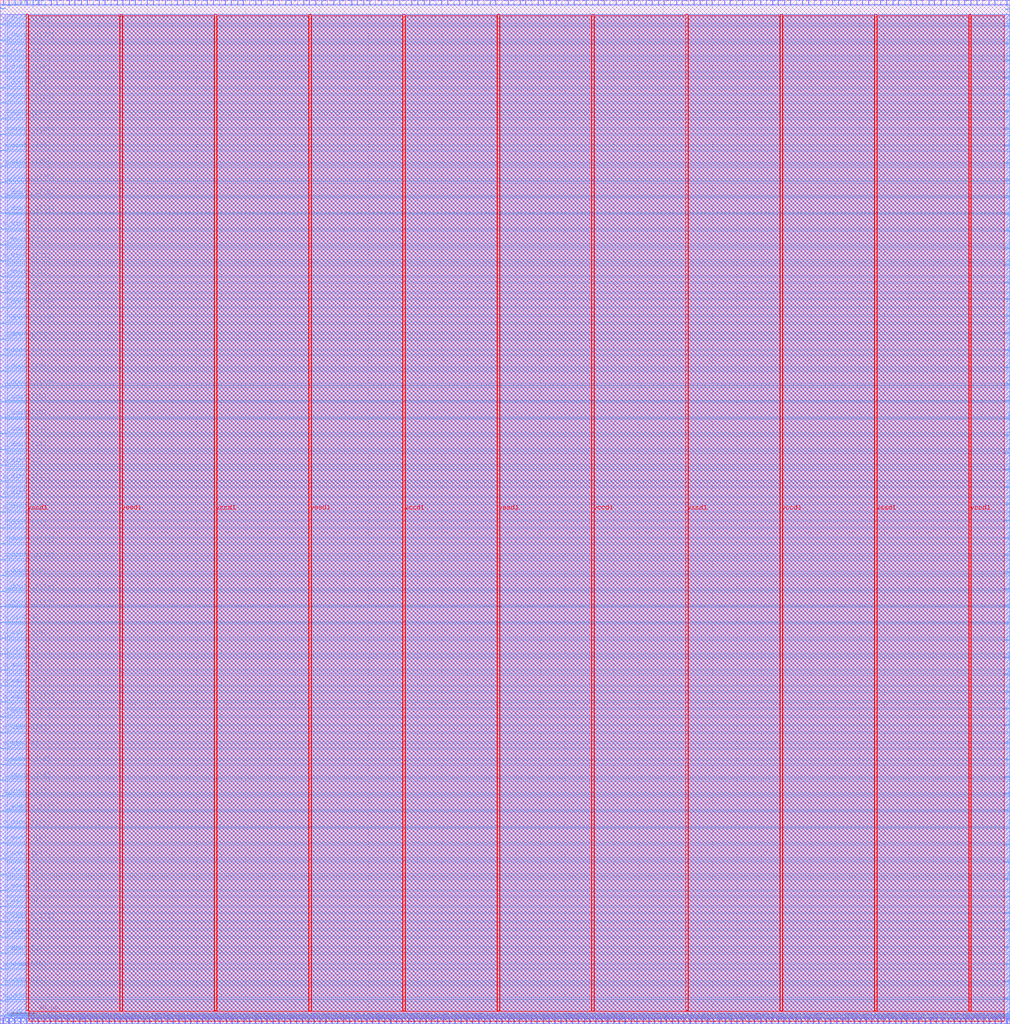
<source format=lef>
VERSION 5.7 ;
  NOWIREEXTENSIONATPIN ON ;
  DIVIDERCHAR "/" ;
  BUSBITCHARS "[]" ;
MACRO user_proj
  CLASS BLOCK ;
  FOREIGN user_proj ;
  ORIGIN 0.000 0.000 ;
  SIZE 822.600 BY 833.320 ;
  PIN i_dout0[0]
    DIRECTION INPUT ;
    USE SIGNAL ;
    PORT
      LAYER met2 ;
        RECT 537.830 0.000 538.110 4.000 ;
    END
  END i_dout0[0]
  PIN i_dout0[10]
    DIRECTION INPUT ;
    USE SIGNAL ;
    PORT
      LAYER met3 ;
        RECT 0.000 364.520 4.000 365.120 ;
    END
  END i_dout0[10]
  PIN i_dout0[11]
    DIRECTION INPUT ;
    USE SIGNAL ;
    PORT
      LAYER met3 ;
        RECT 0.000 403.280 4.000 403.880 ;
    END
  END i_dout0[11]
  PIN i_dout0[12]
    DIRECTION INPUT ;
    USE SIGNAL ;
    PORT
      LAYER met2 ;
        RECT 668.010 829.320 668.290 833.320 ;
    END
  END i_dout0[12]
  PIN i_dout0[13]
    DIRECTION INPUT ;
    USE SIGNAL ;
    PORT
      LAYER met2 ;
        RECT 682.730 829.320 683.010 833.320 ;
    END
  END i_dout0[13]
  PIN i_dout0[14]
    DIRECTION INPUT ;
    USE SIGNAL ;
    PORT
      LAYER met3 ;
        RECT 0.000 467.200 4.000 467.800 ;
    END
  END i_dout0[14]
  PIN i_dout0[15]
    DIRECTION INPUT ;
    USE SIGNAL ;
    PORT
      LAYER met3 ;
        RECT 0.000 493.040 4.000 493.640 ;
    END
  END i_dout0[15]
  PIN i_dout0[16]
    DIRECTION INPUT ;
    USE SIGNAL ;
    PORT
      LAYER met2 ;
        RECT 707.110 829.320 707.390 833.320 ;
    END
  END i_dout0[16]
  PIN i_dout0[17]
    DIRECTION INPUT ;
    USE SIGNAL ;
    PORT
      LAYER met3 ;
        RECT 0.000 556.960 4.000 557.560 ;
    END
  END i_dout0[17]
  PIN i_dout0[18]
    DIRECTION INPUT ;
    USE SIGNAL ;
    PORT
      LAYER met2 ;
        RECT 724.130 0.000 724.410 4.000 ;
    END
  END i_dout0[18]
  PIN i_dout0[19]
    DIRECTION INPUT ;
    USE SIGNAL ;
    PORT
      LAYER met2 ;
        RECT 731.490 829.320 731.770 833.320 ;
    END
  END i_dout0[19]
  PIN i_dout0[1]
    DIRECTION INPUT ;
    USE SIGNAL ;
    PORT
      LAYER met2 ;
        RECT 579.690 829.320 579.970 833.320 ;
    END
  END i_dout0[1]
  PIN i_dout0[20]
    DIRECTION INPUT ;
    USE SIGNAL ;
    PORT
      LAYER met3 ;
        RECT 818.600 645.360 822.600 645.960 ;
    END
  END i_dout0[20]
  PIN i_dout0[21]
    DIRECTION INPUT ;
    USE SIGNAL ;
    PORT
      LAYER met3 ;
        RECT 0.000 607.960 4.000 608.560 ;
    END
  END i_dout0[21]
  PIN i_dout0[22]
    DIRECTION INPUT ;
    USE SIGNAL ;
    PORT
      LAYER met2 ;
        RECT 753.110 0.000 753.390 4.000 ;
    END
  END i_dout0[22]
  PIN i_dout0[23]
    DIRECTION INPUT ;
    USE SIGNAL ;
    PORT
      LAYER met3 ;
        RECT 818.600 686.840 822.600 687.440 ;
    END
  END i_dout0[23]
  PIN i_dout0[24]
    DIRECTION INPUT ;
    USE SIGNAL ;
    PORT
      LAYER met2 ;
        RECT 760.930 829.320 761.210 833.320 ;
    END
  END i_dout0[24]
  PIN i_dout0[25]
    DIRECTION INPUT ;
    USE SIGNAL ;
    PORT
      LAYER met3 ;
        RECT 818.600 742.600 822.600 743.200 ;
    END
  END i_dout0[25]
  PIN i_dout0[26]
    DIRECTION INPUT ;
    USE SIGNAL ;
    PORT
      LAYER met2 ;
        RECT 771.970 0.000 772.250 4.000 ;
    END
  END i_dout0[26]
  PIN i_dout0[27]
    DIRECTION INPUT ;
    USE SIGNAL ;
    PORT
      LAYER met3 ;
        RECT 0.000 736.480 4.000 737.080 ;
    END
  END i_dout0[27]
  PIN i_dout0[28]
    DIRECTION INPUT ;
    USE SIGNAL ;
    PORT
      LAYER met3 ;
        RECT 0.000 761.640 4.000 762.240 ;
    END
  END i_dout0[28]
  PIN i_dout0[29]
    DIRECTION INPUT ;
    USE SIGNAL ;
    PORT
      LAYER met2 ;
        RECT 805.550 0.000 805.830 4.000 ;
    END
  END i_dout0[29]
  PIN i_dout0[2]
    DIRECTION INPUT ;
    USE SIGNAL ;
    PORT
      LAYER met2 ;
        RECT 566.350 0.000 566.630 4.000 ;
    END
  END i_dout0[2]
  PIN i_dout0[30]
    DIRECTION INPUT ;
    USE SIGNAL ;
    PORT
      LAYER met3 ;
        RECT 818.600 797.680 822.600 798.280 ;
    END
  END i_dout0[30]
  PIN i_dout0[31]
    DIRECTION INPUT ;
    USE SIGNAL ;
    PORT
      LAYER met3 ;
        RECT 0.000 826.240 4.000 826.840 ;
    END
  END i_dout0[31]
  PIN i_dout0[3]
    DIRECTION INPUT ;
    USE SIGNAL ;
    PORT
      LAYER met2 ;
        RECT 585.670 0.000 585.950 4.000 ;
    END
  END i_dout0[3]
  PIN i_dout0[4]
    DIRECTION INPUT ;
    USE SIGNAL ;
    PORT
      LAYER met3 ;
        RECT 818.600 214.920 822.600 215.520 ;
    END
  END i_dout0[4]
  PIN i_dout0[5]
    DIRECTION INPUT ;
    USE SIGNAL ;
    PORT
      LAYER met3 ;
        RECT 818.600 270.000 822.600 270.600 ;
    END
  END i_dout0[5]
  PIN i_dout0[6]
    DIRECTION INPUT ;
    USE SIGNAL ;
    PORT
      LAYER met3 ;
        RECT 818.600 312.160 822.600 312.760 ;
    END
  END i_dout0[6]
  PIN i_dout0[7]
    DIRECTION INPUT ;
    USE SIGNAL ;
    PORT
      LAYER met2 ;
        RECT 638.110 0.000 638.390 4.000 ;
    END
  END i_dout0[7]
  PIN i_dout0[8]
    DIRECTION INPUT ;
    USE SIGNAL ;
    PORT
      LAYER met3 ;
        RECT 818.600 367.240 822.600 367.840 ;
    END
  END i_dout0[8]
  PIN i_dout0[9]
    DIRECTION INPUT ;
    USE SIGNAL ;
    PORT
      LAYER met2 ;
        RECT 658.350 829.320 658.630 833.320 ;
    END
  END i_dout0[9]
  PIN i_dout0_1[0]
    DIRECTION INPUT ;
    USE SIGNAL ;
    PORT
      LAYER met2 ;
        RECT 542.430 0.000 542.710 4.000 ;
    END
  END i_dout0_1[0]
  PIN i_dout0_1[10]
    DIRECTION INPUT ;
    USE SIGNAL ;
    PORT
      LAYER met3 ;
        RECT 0.000 339.360 4.000 339.960 ;
    END
  END i_dout0_1[10]
  PIN i_dout0_1[11]
    DIRECTION INPUT ;
    USE SIGNAL ;
    PORT
      LAYER met3 ;
        RECT 0.000 377.440 4.000 378.040 ;
    END
  END i_dout0_1[11]
  PIN i_dout0_1[12]
    DIRECTION INPUT ;
    USE SIGNAL ;
    PORT
      LAYER met3 ;
        RECT 818.600 464.480 822.600 465.080 ;
    END
  END i_dout0_1[12]
  PIN i_dout0_1[13]
    DIRECTION INPUT ;
    USE SIGNAL ;
    PORT
      LAYER met2 ;
        RECT 673.070 829.320 673.350 833.320 ;
    END
  END i_dout0_1[13]
  PIN i_dout0_1[14]
    DIRECTION INPUT ;
    USE SIGNAL ;
    PORT
      LAYER met2 ;
        RECT 687.790 829.320 688.070 833.320 ;
    END
  END i_dout0_1[14]
  PIN i_dout0_1[15]
    DIRECTION INPUT ;
    USE SIGNAL ;
    PORT
      LAYER met3 ;
        RECT 818.600 520.240 822.600 520.840 ;
    END
  END i_dout0_1[15]
  PIN i_dout0_1[16]
    DIRECTION INPUT ;
    USE SIGNAL ;
    PORT
      LAYER met3 ;
        RECT 0.000 518.200 4.000 518.800 ;
    END
  END i_dout0_1[16]
  PIN i_dout0_1[17]
    DIRECTION INPUT ;
    USE SIGNAL ;
    PORT
      LAYER met2 ;
        RECT 700.210 0.000 700.490 4.000 ;
    END
  END i_dout0_1[17]
  PIN i_dout0_1[18]
    DIRECTION INPUT ;
    USE SIGNAL ;
    PORT
      LAYER met3 ;
        RECT 0.000 569.880 4.000 570.480 ;
    END
  END i_dout0_1[18]
  PIN i_dout0_1[19]
    DIRECTION INPUT ;
    USE SIGNAL ;
    PORT
      LAYER met2 ;
        RECT 726.890 829.320 727.170 833.320 ;
    END
  END i_dout0_1[19]
  PIN i_dout0_1[1]
    DIRECTION INPUT ;
    USE SIGNAL ;
    PORT
      LAYER met3 ;
        RECT 818.600 48.320 822.600 48.920 ;
    END
  END i_dout0_1[1]
  PIN i_dout0_1[20]
    DIRECTION INPUT ;
    USE SIGNAL ;
    PORT
      LAYER met3 ;
        RECT 0.000 582.800 4.000 583.400 ;
    END
  END i_dout0_1[20]
  PIN i_dout0_1[21]
    DIRECTION INPUT ;
    USE SIGNAL ;
    PORT
      LAYER met2 ;
        RECT 736.550 829.320 736.830 833.320 ;
    END
  END i_dout0_1[21]
  PIN i_dout0_1[22]
    DIRECTION INPUT ;
    USE SIGNAL ;
    PORT
      LAYER met2 ;
        RECT 746.210 829.320 746.490 833.320 ;
    END
  END i_dout0_1[22]
  PIN i_dout0_1[23]
    DIRECTION INPUT ;
    USE SIGNAL ;
    PORT
      LAYER met2 ;
        RECT 756.330 829.320 756.610 833.320 ;
    END
  END i_dout0_1[23]
  PIN i_dout0_1[24]
    DIRECTION INPUT ;
    USE SIGNAL ;
    PORT
      LAYER met3 ;
        RECT 0.000 659.640 4.000 660.240 ;
    END
  END i_dout0_1[24]
  PIN i_dout0_1[25]
    DIRECTION INPUT ;
    USE SIGNAL ;
    PORT
      LAYER met3 ;
        RECT 0.000 672.560 4.000 673.160 ;
    END
  END i_dout0_1[25]
  PIN i_dout0_1[26]
    DIRECTION INPUT ;
    USE SIGNAL ;
    PORT
      LAYER met2 ;
        RECT 780.710 829.320 780.990 833.320 ;
    END
  END i_dout0_1[26]
  PIN i_dout0_1[27]
    DIRECTION INPUT ;
    USE SIGNAL ;
    PORT
      LAYER met2 ;
        RECT 781.630 0.000 781.910 4.000 ;
    END
  END i_dout0_1[27]
  PIN i_dout0_1[28]
    DIRECTION INPUT ;
    USE SIGNAL ;
    PORT
      LAYER met2 ;
        RECT 795.430 829.320 795.710 833.320 ;
    END
  END i_dout0_1[28]
  PIN i_dout0_1[29]
    DIRECTION INPUT ;
    USE SIGNAL ;
    PORT
      LAYER met3 ;
        RECT 0.000 800.400 4.000 801.000 ;
    END
  END i_dout0_1[29]
  PIN i_dout0_1[2]
    DIRECTION INPUT ;
    USE SIGNAL ;
    PORT
      LAYER met3 ;
        RECT 818.600 89.800 822.600 90.400 ;
    END
  END i_dout0_1[2]
  PIN i_dout0_1[30]
    DIRECTION INPUT ;
    USE SIGNAL ;
    PORT
      LAYER met3 ;
        RECT 818.600 784.080 822.600 784.680 ;
    END
  END i_dout0_1[30]
  PIN i_dout0_1[31]
    DIRECTION INPUT ;
    USE SIGNAL ;
    PORT
      LAYER met2 ;
        RECT 815.210 0.000 815.490 4.000 ;
    END
  END i_dout0_1[31]
  PIN i_dout0_1[3]
    DIRECTION INPUT ;
    USE SIGNAL ;
    PORT
      LAYER met2 ;
        RECT 580.610 0.000 580.890 4.000 ;
    END
  END i_dout0_1[3]
  PIN i_dout0_1[4]
    DIRECTION INPUT ;
    USE SIGNAL ;
    PORT
      LAYER met3 ;
        RECT 818.600 187.040 822.600 187.640 ;
    END
  END i_dout0_1[4]
  PIN i_dout0_1[5]
    DIRECTION INPUT ;
    USE SIGNAL ;
    PORT
      LAYER met2 ;
        RECT 619.250 829.320 619.530 833.320 ;
    END
  END i_dout0_1[5]
  PIN i_dout0_1[6]
    DIRECTION INPUT ;
    USE SIGNAL ;
    PORT
      LAYER met3 ;
        RECT 0.000 197.920 4.000 198.520 ;
    END
  END i_dout0_1[6]
  PIN i_dout0_1[7]
    DIRECTION INPUT ;
    USE SIGNAL ;
    PORT
      LAYER met2 ;
        RECT 633.510 0.000 633.790 4.000 ;
    END
  END i_dout0_1[7]
  PIN i_dout0_1[8]
    DIRECTION INPUT ;
    USE SIGNAL ;
    PORT
      LAYER met2 ;
        RECT 657.430 0.000 657.710 4.000 ;
    END
  END i_dout0_1[8]
  PIN i_dout0_1[9]
    DIRECTION INPUT ;
    USE SIGNAL ;
    PORT
      LAYER met3 ;
        RECT 818.600 409.400 822.600 410.000 ;
    END
  END i_dout0_1[9]
  PIN i_dout1[0]
    DIRECTION INPUT ;
    USE SIGNAL ;
    PORT
      LAYER met2 ;
        RECT 547.490 0.000 547.770 4.000 ;
    END
  END i_dout1[0]
  PIN i_dout1[10]
    DIRECTION INPUT ;
    USE SIGNAL ;
    PORT
      LAYER met3 ;
        RECT 818.600 436.600 822.600 437.200 ;
    END
  END i_dout1[10]
  PIN i_dout1[11]
    DIRECTION INPUT ;
    USE SIGNAL ;
    PORT
      LAYER met3 ;
        RECT 818.600 450.880 822.600 451.480 ;
    END
  END i_dout1[11]
  PIN i_dout1[12]
    DIRECTION INPUT ;
    USE SIGNAL ;
    PORT
      LAYER met2 ;
        RECT 690.550 0.000 690.830 4.000 ;
    END
  END i_dout1[12]
  PIN i_dout1[13]
    DIRECTION INPUT ;
    USE SIGNAL ;
    PORT
      LAYER met3 ;
        RECT 818.600 478.760 822.600 479.360 ;
    END
  END i_dout1[13]
  PIN i_dout1[14]
    DIRECTION INPUT ;
    USE SIGNAL ;
    PORT
      LAYER met3 ;
        RECT 0.000 480.120 4.000 480.720 ;
    END
  END i_dout1[14]
  PIN i_dout1[15]
    DIRECTION INPUT ;
    USE SIGNAL ;
    PORT
      LAYER met3 ;
        RECT 0.000 505.960 4.000 506.560 ;
    END
  END i_dout1[15]
  PIN i_dout1[16]
    DIRECTION INPUT ;
    USE SIGNAL ;
    PORT
      LAYER met3 ;
        RECT 0.000 531.120 4.000 531.720 ;
    END
  END i_dout1[16]
  PIN i_dout1[17]
    DIRECTION INPUT ;
    USE SIGNAL ;
    PORT
      LAYER met2 ;
        RECT 709.870 0.000 710.150 4.000 ;
    END
  END i_dout1[17]
  PIN i_dout1[18]
    DIRECTION INPUT ;
    USE SIGNAL ;
    PORT
      LAYER met2 ;
        RECT 716.770 829.320 717.050 833.320 ;
    END
  END i_dout1[18]
  PIN i_dout1[19]
    DIRECTION INPUT ;
    USE SIGNAL ;
    PORT
      LAYER met3 ;
        RECT 818.600 603.200 822.600 603.800 ;
    END
  END i_dout1[19]
  PIN i_dout1[1]
    DIRECTION INPUT ;
    USE SIGNAL ;
    PORT
      LAYER met3 ;
        RECT 0.000 57.160 4.000 57.760 ;
    END
  END i_dout1[1]
  PIN i_dout1[20]
    DIRECTION INPUT ;
    USE SIGNAL ;
    PORT
      LAYER met2 ;
        RECT 733.790 0.000 734.070 4.000 ;
    END
  END i_dout1[20]
  PIN i_dout1[21]
    DIRECTION INPUT ;
    USE SIGNAL ;
    PORT
      LAYER met2 ;
        RECT 741.610 829.320 741.890 833.320 ;
    END
  END i_dout1[21]
  PIN i_dout1[22]
    DIRECTION INPUT ;
    USE SIGNAL ;
    PORT
      LAYER met3 ;
        RECT 0.000 633.800 4.000 634.400 ;
    END
  END i_dout1[22]
  PIN i_dout1[23]
    DIRECTION INPUT ;
    USE SIGNAL ;
    PORT
      LAYER met3 ;
        RECT 818.600 700.440 822.600 701.040 ;
    END
  END i_dout1[23]
  PIN i_dout1[24]
    DIRECTION INPUT ;
    USE SIGNAL ;
    PORT
      LAYER met2 ;
        RECT 765.990 829.320 766.270 833.320 ;
    END
  END i_dout1[24]
  PIN i_dout1[25]
    DIRECTION INPUT ;
    USE SIGNAL ;
    PORT
      LAYER met2 ;
        RECT 775.650 829.320 775.930 833.320 ;
    END
  END i_dout1[25]
  PIN i_dout1[26]
    DIRECTION INPUT ;
    USE SIGNAL ;
    PORT
      LAYER met2 ;
        RECT 777.030 0.000 777.310 4.000 ;
    END
  END i_dout1[26]
  PIN i_dout1[27]
    DIRECTION INPUT ;
    USE SIGNAL ;
    PORT
      LAYER met2 ;
        RECT 786.230 0.000 786.510 4.000 ;
    END
  END i_dout1[27]
  PIN i_dout1[28]
    DIRECTION INPUT ;
    USE SIGNAL ;
    PORT
      LAYER met2 ;
        RECT 795.890 0.000 796.170 4.000 ;
    END
  END i_dout1[28]
  PIN i_dout1[29]
    DIRECTION INPUT ;
    USE SIGNAL ;
    PORT
      LAYER met3 ;
        RECT 818.600 769.800 822.600 770.400 ;
    END
  END i_dout1[29]
  PIN i_dout1[2]
    DIRECTION INPUT ;
    USE SIGNAL ;
    PORT
      LAYER met3 ;
        RECT 0.000 121.080 4.000 121.680 ;
    END
  END i_dout1[2]
  PIN i_dout1[30]
    DIRECTION INPUT ;
    USE SIGNAL ;
    PORT
      LAYER met3 ;
        RECT 818.600 811.960 822.600 812.560 ;
    END
  END i_dout1[30]
  PIN i_dout1[31]
    DIRECTION INPUT ;
    USE SIGNAL ;
    PORT
      LAYER met2 ;
        RECT 814.750 829.320 815.030 833.320 ;
    END
  END i_dout1[31]
  PIN i_dout1[3]
    DIRECTION INPUT ;
    USE SIGNAL ;
    PORT
      LAYER met2 ;
        RECT 590.270 0.000 590.550 4.000 ;
    END
  END i_dout1[3]
  PIN i_dout1[4]
    DIRECTION INPUT ;
    USE SIGNAL ;
    PORT
      LAYER met3 ;
        RECT 818.600 228.520 822.600 229.120 ;
    END
  END i_dout1[4]
  PIN i_dout1[5]
    DIRECTION INPUT ;
    USE SIGNAL ;
    PORT
      LAYER met2 ;
        RECT 619.250 0.000 619.530 4.000 ;
    END
  END i_dout1[5]
  PIN i_dout1[6]
    DIRECTION INPUT ;
    USE SIGNAL ;
    PORT
      LAYER met2 ;
        RECT 633.510 829.320 633.790 833.320 ;
    END
  END i_dout1[6]
  PIN i_dout1[7]
    DIRECTION INPUT ;
    USE SIGNAL ;
    PORT
      LAYER met2 ;
        RECT 642.710 0.000 642.990 4.000 ;
    END
  END i_dout1[7]
  PIN i_dout1[8]
    DIRECTION INPUT ;
    USE SIGNAL ;
    PORT
      LAYER met3 ;
        RECT 818.600 381.520 822.600 382.120 ;
    END
  END i_dout1[8]
  PIN i_dout1[9]
    DIRECTION INPUT ;
    USE SIGNAL ;
    PORT
      LAYER met2 ;
        RECT 666.630 0.000 666.910 4.000 ;
    END
  END i_dout1[9]
  PIN i_dout1_1[0]
    DIRECTION INPUT ;
    USE SIGNAL ;
    PORT
      LAYER met3 ;
        RECT 818.600 6.840 822.600 7.440 ;
    END
  END i_dout1_1[0]
  PIN i_dout1_1[10]
    DIRECTION INPUT ;
    USE SIGNAL ;
    PORT
      LAYER met3 ;
        RECT 0.000 351.600 4.000 352.200 ;
    END
  END i_dout1_1[10]
  PIN i_dout1_1[11]
    DIRECTION INPUT ;
    USE SIGNAL ;
    PORT
      LAYER met3 ;
        RECT 0.000 390.360 4.000 390.960 ;
    END
  END i_dout1_1[11]
  PIN i_dout1_1[12]
    DIRECTION INPUT ;
    USE SIGNAL ;
    PORT
      LAYER met2 ;
        RECT 685.950 0.000 686.230 4.000 ;
    END
  END i_dout1_1[12]
  PIN i_dout1_1[13]
    DIRECTION INPUT ;
    USE SIGNAL ;
    PORT
      LAYER met2 ;
        RECT 677.670 829.320 677.950 833.320 ;
    END
  END i_dout1_1[13]
  PIN i_dout1_1[14]
    DIRECTION INPUT ;
    USE SIGNAL ;
    PORT
      LAYER met2 ;
        RECT 692.390 829.320 692.670 833.320 ;
    END
  END i_dout1_1[14]
  PIN i_dout1_1[15]
    DIRECTION INPUT ;
    USE SIGNAL ;
    PORT
      LAYER met2 ;
        RECT 697.450 829.320 697.730 833.320 ;
    END
  END i_dout1_1[15]
  PIN i_dout1_1[16]
    DIRECTION INPUT ;
    USE SIGNAL ;
    PORT
      LAYER met3 ;
        RECT 818.600 548.120 822.600 548.720 ;
    END
  END i_dout1_1[16]
  PIN i_dout1_1[17]
    DIRECTION INPUT ;
    USE SIGNAL ;
    PORT
      LAYER met2 ;
        RECT 705.270 0.000 705.550 4.000 ;
    END
  END i_dout1_1[17]
  PIN i_dout1_1[18]
    DIRECTION INPUT ;
    USE SIGNAL ;
    PORT
      LAYER met2 ;
        RECT 719.530 0.000 719.810 4.000 ;
    END
  END i_dout1_1[18]
  PIN i_dout1_1[19]
    DIRECTION INPUT ;
    USE SIGNAL ;
    PORT
      LAYER met3 ;
        RECT 818.600 589.600 822.600 590.200 ;
    END
  END i_dout1_1[19]
  PIN i_dout1_1[1]
    DIRECTION INPUT ;
    USE SIGNAL ;
    PORT
      LAYER met2 ;
        RECT 556.690 0.000 556.970 4.000 ;
    END
  END i_dout1_1[1]
  PIN i_dout1_1[20]
    DIRECTION INPUT ;
    USE SIGNAL ;
    PORT
      LAYER met2 ;
        RECT 729.190 0.000 729.470 4.000 ;
    END
  END i_dout1_1[20]
  PIN i_dout1_1[21]
    DIRECTION INPUT ;
    USE SIGNAL ;
    PORT
      LAYER met2 ;
        RECT 743.450 0.000 743.730 4.000 ;
    END
  END i_dout1_1[21]
  PIN i_dout1_1[22]
    DIRECTION INPUT ;
    USE SIGNAL ;
    PORT
      LAYER met2 ;
        RECT 748.050 0.000 748.330 4.000 ;
    END
  END i_dout1_1[22]
  PIN i_dout1_1[23]
    DIRECTION INPUT ;
    USE SIGNAL ;
    PORT
      LAYER met2 ;
        RECT 757.710 0.000 757.990 4.000 ;
    END
  END i_dout1_1[23]
  PIN i_dout1_1[24]
    DIRECTION INPUT ;
    USE SIGNAL ;
    PORT
      LAYER met3 ;
        RECT 818.600 728.320 822.600 728.920 ;
    END
  END i_dout1_1[24]
  PIN i_dout1_1[25]
    DIRECTION INPUT ;
    USE SIGNAL ;
    PORT
      LAYER met3 ;
        RECT 0.000 684.800 4.000 685.400 ;
    END
  END i_dout1_1[25]
  PIN i_dout1_1[26]
    DIRECTION INPUT ;
    USE SIGNAL ;
    PORT
      LAYER met3 ;
        RECT 818.600 756.200 822.600 756.800 ;
    END
  END i_dout1_1[26]
  PIN i_dout1_1[27]
    DIRECTION INPUT ;
    USE SIGNAL ;
    PORT
      LAYER met3 ;
        RECT 0.000 723.560 4.000 724.160 ;
    END
  END i_dout1_1[27]
  PIN i_dout1_1[28]
    DIRECTION INPUT ;
    USE SIGNAL ;
    PORT
      LAYER met3 ;
        RECT 0.000 749.400 4.000 750.000 ;
    END
  END i_dout1_1[28]
  PIN i_dout1_1[29]
    DIRECTION INPUT ;
    USE SIGNAL ;
    PORT
      LAYER met2 ;
        RECT 800.950 0.000 801.230 4.000 ;
    END
  END i_dout1_1[29]
  PIN i_dout1_1[2]
    DIRECTION INPUT ;
    USE SIGNAL ;
    PORT
      LAYER met3 ;
        RECT 818.600 103.400 822.600 104.000 ;
    END
  END i_dout1_1[2]
  PIN i_dout1_1[30]
    DIRECTION INPUT ;
    USE SIGNAL ;
    PORT
      LAYER met2 ;
        RECT 805.090 829.320 805.370 833.320 ;
    END
  END i_dout1_1[30]
  PIN i_dout1_1[31]
    DIRECTION INPUT ;
    USE SIGNAL ;
    PORT
      LAYER met3 ;
        RECT 818.600 825.560 822.600 826.160 ;
    END
  END i_dout1_1[31]
  PIN i_dout1_1[3]
    DIRECTION INPUT ;
    USE SIGNAL ;
    PORT
      LAYER met3 ;
        RECT 818.600 131.280 822.600 131.880 ;
    END
  END i_dout1_1[3]
  PIN i_dout1_1[4]
    DIRECTION INPUT ;
    USE SIGNAL ;
    PORT
      LAYER met3 ;
        RECT 818.600 200.640 822.600 201.240 ;
    END
  END i_dout1_1[4]
  PIN i_dout1_1[5]
    DIRECTION INPUT ;
    USE SIGNAL ;
    PORT
      LAYER met2 ;
        RECT 614.190 0.000 614.470 4.000 ;
    END
  END i_dout1_1[5]
  PIN i_dout1_1[6]
    DIRECTION INPUT ;
    USE SIGNAL ;
    PORT
      LAYER met2 ;
        RECT 628.450 0.000 628.730 4.000 ;
    END
  END i_dout1_1[6]
  PIN i_dout1_1[7]
    DIRECTION INPUT ;
    USE SIGNAL ;
    PORT
      LAYER met3 ;
        RECT 0.000 249.600 4.000 250.200 ;
    END
  END i_dout1_1[7]
  PIN i_dout1_1[8]
    DIRECTION INPUT ;
    USE SIGNAL ;
    PORT
      LAYER met2 ;
        RECT 648.230 829.320 648.510 833.320 ;
    END
  END i_dout1_1[8]
  PIN i_dout1_1[9]
    DIRECTION INPUT ;
    USE SIGNAL ;
    PORT
      LAYER met3 ;
        RECT 818.600 423.000 822.600 423.600 ;
    END
  END i_dout1_1[9]
  PIN io_in[0]
    DIRECTION INPUT ;
    USE SIGNAL ;
    PORT
      LAYER met2 ;
        RECT 2.390 829.320 2.670 833.320 ;
    END
  END io_in[0]
  PIN io_in[10]
    DIRECTION INPUT ;
    USE SIGNAL ;
    PORT
      LAYER met2 ;
        RECT 149.130 829.320 149.410 833.320 ;
    END
  END io_in[10]
  PIN io_in[11]
    DIRECTION INPUT ;
    USE SIGNAL ;
    PORT
      LAYER met2 ;
        RECT 163.850 829.320 164.130 833.320 ;
    END
  END io_in[11]
  PIN io_in[12]
    DIRECTION INPUT ;
    USE SIGNAL ;
    PORT
      LAYER met2 ;
        RECT 178.570 829.320 178.850 833.320 ;
    END
  END io_in[12]
  PIN io_in[13]
    DIRECTION INPUT ;
    USE SIGNAL ;
    PORT
      LAYER met2 ;
        RECT 193.290 829.320 193.570 833.320 ;
    END
  END io_in[13]
  PIN io_in[14]
    DIRECTION INPUT ;
    USE SIGNAL ;
    PORT
      LAYER met2 ;
        RECT 208.010 829.320 208.290 833.320 ;
    END
  END io_in[14]
  PIN io_in[15]
    DIRECTION INPUT ;
    USE SIGNAL ;
    PORT
      LAYER met2 ;
        RECT 222.270 829.320 222.550 833.320 ;
    END
  END io_in[15]
  PIN io_in[16]
    DIRECTION INPUT ;
    USE SIGNAL ;
    PORT
      LAYER met2 ;
        RECT 236.990 829.320 237.270 833.320 ;
    END
  END io_in[16]
  PIN io_in[17]
    DIRECTION INPUT ;
    USE SIGNAL ;
    PORT
      LAYER met2 ;
        RECT 251.710 829.320 251.990 833.320 ;
    END
  END io_in[17]
  PIN io_in[18]
    DIRECTION INPUT ;
    USE SIGNAL ;
    PORT
      LAYER met2 ;
        RECT 266.430 829.320 266.710 833.320 ;
    END
  END io_in[18]
  PIN io_in[19]
    DIRECTION INPUT ;
    USE SIGNAL ;
    PORT
      LAYER met2 ;
        RECT 281.150 829.320 281.430 833.320 ;
    END
  END io_in[19]
  PIN io_in[1]
    DIRECTION INPUT ;
    USE SIGNAL ;
    PORT
      LAYER met2 ;
        RECT 16.650 829.320 16.930 833.320 ;
    END
  END io_in[1]
  PIN io_in[20]
    DIRECTION INPUT ;
    USE SIGNAL ;
    PORT
      LAYER met2 ;
        RECT 295.870 829.320 296.150 833.320 ;
    END
  END io_in[20]
  PIN io_in[21]
    DIRECTION INPUT ;
    USE SIGNAL ;
    PORT
      LAYER met2 ;
        RECT 310.590 829.320 310.870 833.320 ;
    END
  END io_in[21]
  PIN io_in[22]
    DIRECTION INPUT ;
    USE SIGNAL ;
    PORT
      LAYER met2 ;
        RECT 325.310 829.320 325.590 833.320 ;
    END
  END io_in[22]
  PIN io_in[23]
    DIRECTION INPUT ;
    USE SIGNAL ;
    PORT
      LAYER met2 ;
        RECT 340.030 829.320 340.310 833.320 ;
    END
  END io_in[23]
  PIN io_in[24]
    DIRECTION INPUT ;
    USE SIGNAL ;
    PORT
      LAYER met2 ;
        RECT 354.750 829.320 355.030 833.320 ;
    END
  END io_in[24]
  PIN io_in[25]
    DIRECTION INPUT ;
    USE SIGNAL ;
    PORT
      LAYER met2 ;
        RECT 369.470 829.320 369.750 833.320 ;
    END
  END io_in[25]
  PIN io_in[26]
    DIRECTION INPUT ;
    USE SIGNAL ;
    PORT
      LAYER met2 ;
        RECT 384.190 829.320 384.470 833.320 ;
    END
  END io_in[26]
  PIN io_in[27]
    DIRECTION INPUT ;
    USE SIGNAL ;
    PORT
      LAYER met2 ;
        RECT 398.910 829.320 399.190 833.320 ;
    END
  END io_in[27]
  PIN io_in[28]
    DIRECTION INPUT ;
    USE SIGNAL ;
    PORT
      LAYER met2 ;
        RECT 413.630 829.320 413.910 833.320 ;
    END
  END io_in[28]
  PIN io_in[29]
    DIRECTION INPUT ;
    USE SIGNAL ;
    PORT
      LAYER met2 ;
        RECT 427.890 829.320 428.170 833.320 ;
    END
  END io_in[29]
  PIN io_in[2]
    DIRECTION INPUT ;
    USE SIGNAL ;
    PORT
      LAYER met2 ;
        RECT 31.370 829.320 31.650 833.320 ;
    END
  END io_in[2]
  PIN io_in[30]
    DIRECTION INPUT ;
    USE SIGNAL ;
    PORT
      LAYER met2 ;
        RECT 442.610 829.320 442.890 833.320 ;
    END
  END io_in[30]
  PIN io_in[31]
    DIRECTION INPUT ;
    USE SIGNAL ;
    PORT
      LAYER met2 ;
        RECT 457.330 829.320 457.610 833.320 ;
    END
  END io_in[31]
  PIN io_in[32]
    DIRECTION INPUT ;
    USE SIGNAL ;
    PORT
      LAYER met2 ;
        RECT 472.050 829.320 472.330 833.320 ;
    END
  END io_in[32]
  PIN io_in[33]
    DIRECTION INPUT ;
    USE SIGNAL ;
    PORT
      LAYER met2 ;
        RECT 486.770 829.320 487.050 833.320 ;
    END
  END io_in[33]
  PIN io_in[34]
    DIRECTION INPUT ;
    USE SIGNAL ;
    PORT
      LAYER met2 ;
        RECT 501.490 829.320 501.770 833.320 ;
    END
  END io_in[34]
  PIN io_in[35]
    DIRECTION INPUT ;
    USE SIGNAL ;
    PORT
      LAYER met2 ;
        RECT 516.210 829.320 516.490 833.320 ;
    END
  END io_in[35]
  PIN io_in[36]
    DIRECTION INPUT ;
    USE SIGNAL ;
    PORT
      LAYER met2 ;
        RECT 530.930 829.320 531.210 833.320 ;
    END
  END io_in[36]
  PIN io_in[37]
    DIRECTION INPUT ;
    USE SIGNAL ;
    PORT
      LAYER met2 ;
        RECT 545.650 829.320 545.930 833.320 ;
    END
  END io_in[37]
  PIN io_in[3]
    DIRECTION INPUT ;
    USE SIGNAL ;
    PORT
      LAYER met2 ;
        RECT 46.090 829.320 46.370 833.320 ;
    END
  END io_in[3]
  PIN io_in[4]
    DIRECTION INPUT ;
    USE SIGNAL ;
    PORT
      LAYER met2 ;
        RECT 60.810 829.320 61.090 833.320 ;
    END
  END io_in[4]
  PIN io_in[5]
    DIRECTION INPUT ;
    USE SIGNAL ;
    PORT
      LAYER met2 ;
        RECT 75.530 829.320 75.810 833.320 ;
    END
  END io_in[5]
  PIN io_in[6]
    DIRECTION INPUT ;
    USE SIGNAL ;
    PORT
      LAYER met2 ;
        RECT 90.250 829.320 90.530 833.320 ;
    END
  END io_in[6]
  PIN io_in[7]
    DIRECTION INPUT ;
    USE SIGNAL ;
    PORT
      LAYER met2 ;
        RECT 104.970 829.320 105.250 833.320 ;
    END
  END io_in[7]
  PIN io_in[8]
    DIRECTION INPUT ;
    USE SIGNAL ;
    PORT
      LAYER met2 ;
        RECT 119.690 829.320 119.970 833.320 ;
    END
  END io_in[8]
  PIN io_in[9]
    DIRECTION INPUT ;
    USE SIGNAL ;
    PORT
      LAYER met2 ;
        RECT 134.410 829.320 134.690 833.320 ;
    END
  END io_in[9]
  PIN io_oeb[0]
    DIRECTION OUTPUT TRISTATE ;
    USE SIGNAL ;
    PORT
      LAYER met2 ;
        RECT 6.990 829.320 7.270 833.320 ;
    END
  END io_oeb[0]
  PIN io_oeb[10]
    DIRECTION OUTPUT TRISTATE ;
    USE SIGNAL ;
    PORT
      LAYER met2 ;
        RECT 153.730 829.320 154.010 833.320 ;
    END
  END io_oeb[10]
  PIN io_oeb[11]
    DIRECTION OUTPUT TRISTATE ;
    USE SIGNAL ;
    PORT
      LAYER met2 ;
        RECT 168.450 829.320 168.730 833.320 ;
    END
  END io_oeb[11]
  PIN io_oeb[12]
    DIRECTION OUTPUT TRISTATE ;
    USE SIGNAL ;
    PORT
      LAYER met2 ;
        RECT 183.170 829.320 183.450 833.320 ;
    END
  END io_oeb[12]
  PIN io_oeb[13]
    DIRECTION OUTPUT TRISTATE ;
    USE SIGNAL ;
    PORT
      LAYER met2 ;
        RECT 197.890 829.320 198.170 833.320 ;
    END
  END io_oeb[13]
  PIN io_oeb[14]
    DIRECTION OUTPUT TRISTATE ;
    USE SIGNAL ;
    PORT
      LAYER met2 ;
        RECT 212.610 829.320 212.890 833.320 ;
    END
  END io_oeb[14]
  PIN io_oeb[15]
    DIRECTION OUTPUT TRISTATE ;
    USE SIGNAL ;
    PORT
      LAYER met2 ;
        RECT 227.330 829.320 227.610 833.320 ;
    END
  END io_oeb[15]
  PIN io_oeb[16]
    DIRECTION OUTPUT TRISTATE ;
    USE SIGNAL ;
    PORT
      LAYER met2 ;
        RECT 242.050 829.320 242.330 833.320 ;
    END
  END io_oeb[16]
  PIN io_oeb[17]
    DIRECTION OUTPUT TRISTATE ;
    USE SIGNAL ;
    PORT
      LAYER met2 ;
        RECT 256.770 829.320 257.050 833.320 ;
    END
  END io_oeb[17]
  PIN io_oeb[18]
    DIRECTION OUTPUT TRISTATE ;
    USE SIGNAL ;
    PORT
      LAYER met2 ;
        RECT 271.490 829.320 271.770 833.320 ;
    END
  END io_oeb[18]
  PIN io_oeb[19]
    DIRECTION OUTPUT TRISTATE ;
    USE SIGNAL ;
    PORT
      LAYER met2 ;
        RECT 286.210 829.320 286.490 833.320 ;
    END
  END io_oeb[19]
  PIN io_oeb[1]
    DIRECTION OUTPUT TRISTATE ;
    USE SIGNAL ;
    PORT
      LAYER met2 ;
        RECT 21.710 829.320 21.990 833.320 ;
    END
  END io_oeb[1]
  PIN io_oeb[20]
    DIRECTION OUTPUT TRISTATE ;
    USE SIGNAL ;
    PORT
      LAYER met2 ;
        RECT 300.930 829.320 301.210 833.320 ;
    END
  END io_oeb[20]
  PIN io_oeb[21]
    DIRECTION OUTPUT TRISTATE ;
    USE SIGNAL ;
    PORT
      LAYER met2 ;
        RECT 315.650 829.320 315.930 833.320 ;
    END
  END io_oeb[21]
  PIN io_oeb[22]
    DIRECTION OUTPUT TRISTATE ;
    USE SIGNAL ;
    PORT
      LAYER met2 ;
        RECT 330.370 829.320 330.650 833.320 ;
    END
  END io_oeb[22]
  PIN io_oeb[23]
    DIRECTION OUTPUT TRISTATE ;
    USE SIGNAL ;
    PORT
      LAYER met2 ;
        RECT 345.090 829.320 345.370 833.320 ;
    END
  END io_oeb[23]
  PIN io_oeb[24]
    DIRECTION OUTPUT TRISTATE ;
    USE SIGNAL ;
    PORT
      LAYER met2 ;
        RECT 359.350 829.320 359.630 833.320 ;
    END
  END io_oeb[24]
  PIN io_oeb[25]
    DIRECTION OUTPUT TRISTATE ;
    USE SIGNAL ;
    PORT
      LAYER met2 ;
        RECT 374.070 829.320 374.350 833.320 ;
    END
  END io_oeb[25]
  PIN io_oeb[26]
    DIRECTION OUTPUT TRISTATE ;
    USE SIGNAL ;
    PORT
      LAYER met2 ;
        RECT 388.790 829.320 389.070 833.320 ;
    END
  END io_oeb[26]
  PIN io_oeb[27]
    DIRECTION OUTPUT TRISTATE ;
    USE SIGNAL ;
    PORT
      LAYER met2 ;
        RECT 403.510 829.320 403.790 833.320 ;
    END
  END io_oeb[27]
  PIN io_oeb[28]
    DIRECTION OUTPUT TRISTATE ;
    USE SIGNAL ;
    PORT
      LAYER met2 ;
        RECT 418.230 829.320 418.510 833.320 ;
    END
  END io_oeb[28]
  PIN io_oeb[29]
    DIRECTION OUTPUT TRISTATE ;
    USE SIGNAL ;
    PORT
      LAYER met2 ;
        RECT 432.950 829.320 433.230 833.320 ;
    END
  END io_oeb[29]
  PIN io_oeb[2]
    DIRECTION OUTPUT TRISTATE ;
    USE SIGNAL ;
    PORT
      LAYER met2 ;
        RECT 36.430 829.320 36.710 833.320 ;
    END
  END io_oeb[2]
  PIN io_oeb[30]
    DIRECTION OUTPUT TRISTATE ;
    USE SIGNAL ;
    PORT
      LAYER met2 ;
        RECT 447.670 829.320 447.950 833.320 ;
    END
  END io_oeb[30]
  PIN io_oeb[31]
    DIRECTION OUTPUT TRISTATE ;
    USE SIGNAL ;
    PORT
      LAYER met2 ;
        RECT 462.390 829.320 462.670 833.320 ;
    END
  END io_oeb[31]
  PIN io_oeb[32]
    DIRECTION OUTPUT TRISTATE ;
    USE SIGNAL ;
    PORT
      LAYER met2 ;
        RECT 477.110 829.320 477.390 833.320 ;
    END
  END io_oeb[32]
  PIN io_oeb[33]
    DIRECTION OUTPUT TRISTATE ;
    USE SIGNAL ;
    PORT
      LAYER met2 ;
        RECT 491.830 829.320 492.110 833.320 ;
    END
  END io_oeb[33]
  PIN io_oeb[34]
    DIRECTION OUTPUT TRISTATE ;
    USE SIGNAL ;
    PORT
      LAYER met2 ;
        RECT 506.550 829.320 506.830 833.320 ;
    END
  END io_oeb[34]
  PIN io_oeb[35]
    DIRECTION OUTPUT TRISTATE ;
    USE SIGNAL ;
    PORT
      LAYER met2 ;
        RECT 521.270 829.320 521.550 833.320 ;
    END
  END io_oeb[35]
  PIN io_oeb[36]
    DIRECTION OUTPUT TRISTATE ;
    USE SIGNAL ;
    PORT
      LAYER met2 ;
        RECT 535.990 829.320 536.270 833.320 ;
    END
  END io_oeb[36]
  PIN io_oeb[37]
    DIRECTION OUTPUT TRISTATE ;
    USE SIGNAL ;
    PORT
      LAYER met2 ;
        RECT 550.710 829.320 550.990 833.320 ;
    END
  END io_oeb[37]
  PIN io_oeb[3]
    DIRECTION OUTPUT TRISTATE ;
    USE SIGNAL ;
    PORT
      LAYER met2 ;
        RECT 51.150 829.320 51.430 833.320 ;
    END
  END io_oeb[3]
  PIN io_oeb[4]
    DIRECTION OUTPUT TRISTATE ;
    USE SIGNAL ;
    PORT
      LAYER met2 ;
        RECT 65.870 829.320 66.150 833.320 ;
    END
  END io_oeb[4]
  PIN io_oeb[5]
    DIRECTION OUTPUT TRISTATE ;
    USE SIGNAL ;
    PORT
      LAYER met2 ;
        RECT 80.590 829.320 80.870 833.320 ;
    END
  END io_oeb[5]
  PIN io_oeb[6]
    DIRECTION OUTPUT TRISTATE ;
    USE SIGNAL ;
    PORT
      LAYER met2 ;
        RECT 95.310 829.320 95.590 833.320 ;
    END
  END io_oeb[6]
  PIN io_oeb[7]
    DIRECTION OUTPUT TRISTATE ;
    USE SIGNAL ;
    PORT
      LAYER met2 ;
        RECT 110.030 829.320 110.310 833.320 ;
    END
  END io_oeb[7]
  PIN io_oeb[8]
    DIRECTION OUTPUT TRISTATE ;
    USE SIGNAL ;
    PORT
      LAYER met2 ;
        RECT 124.750 829.320 125.030 833.320 ;
    END
  END io_oeb[8]
  PIN io_oeb[9]
    DIRECTION OUTPUT TRISTATE ;
    USE SIGNAL ;
    PORT
      LAYER met2 ;
        RECT 139.470 829.320 139.750 833.320 ;
    END
  END io_oeb[9]
  PIN io_out[0]
    DIRECTION OUTPUT TRISTATE ;
    USE SIGNAL ;
    PORT
      LAYER met2 ;
        RECT 12.050 829.320 12.330 833.320 ;
    END
  END io_out[0]
  PIN io_out[10]
    DIRECTION OUTPUT TRISTATE ;
    USE SIGNAL ;
    PORT
      LAYER met2 ;
        RECT 158.790 829.320 159.070 833.320 ;
    END
  END io_out[10]
  PIN io_out[11]
    DIRECTION OUTPUT TRISTATE ;
    USE SIGNAL ;
    PORT
      LAYER met2 ;
        RECT 173.510 829.320 173.790 833.320 ;
    END
  END io_out[11]
  PIN io_out[12]
    DIRECTION OUTPUT TRISTATE ;
    USE SIGNAL ;
    PORT
      LAYER met2 ;
        RECT 188.230 829.320 188.510 833.320 ;
    END
  END io_out[12]
  PIN io_out[13]
    DIRECTION OUTPUT TRISTATE ;
    USE SIGNAL ;
    PORT
      LAYER met2 ;
        RECT 202.950 829.320 203.230 833.320 ;
    END
  END io_out[13]
  PIN io_out[14]
    DIRECTION OUTPUT TRISTATE ;
    USE SIGNAL ;
    PORT
      LAYER met2 ;
        RECT 217.670 829.320 217.950 833.320 ;
    END
  END io_out[14]
  PIN io_out[15]
    DIRECTION OUTPUT TRISTATE ;
    USE SIGNAL ;
    PORT
      LAYER met2 ;
        RECT 232.390 829.320 232.670 833.320 ;
    END
  END io_out[15]
  PIN io_out[16]
    DIRECTION OUTPUT TRISTATE ;
    USE SIGNAL ;
    PORT
      LAYER met2 ;
        RECT 247.110 829.320 247.390 833.320 ;
    END
  END io_out[16]
  PIN io_out[17]
    DIRECTION OUTPUT TRISTATE ;
    USE SIGNAL ;
    PORT
      LAYER met2 ;
        RECT 261.830 829.320 262.110 833.320 ;
    END
  END io_out[17]
  PIN io_out[18]
    DIRECTION OUTPUT TRISTATE ;
    USE SIGNAL ;
    PORT
      LAYER met2 ;
        RECT 276.550 829.320 276.830 833.320 ;
    END
  END io_out[18]
  PIN io_out[19]
    DIRECTION OUTPUT TRISTATE ;
    USE SIGNAL ;
    PORT
      LAYER met2 ;
        RECT 290.810 829.320 291.090 833.320 ;
    END
  END io_out[19]
  PIN io_out[1]
    DIRECTION OUTPUT TRISTATE ;
    USE SIGNAL ;
    PORT
      LAYER met2 ;
        RECT 26.770 829.320 27.050 833.320 ;
    END
  END io_out[1]
  PIN io_out[20]
    DIRECTION OUTPUT TRISTATE ;
    USE SIGNAL ;
    PORT
      LAYER met2 ;
        RECT 305.530 829.320 305.810 833.320 ;
    END
  END io_out[20]
  PIN io_out[21]
    DIRECTION OUTPUT TRISTATE ;
    USE SIGNAL ;
    PORT
      LAYER met2 ;
        RECT 320.250 829.320 320.530 833.320 ;
    END
  END io_out[21]
  PIN io_out[22]
    DIRECTION OUTPUT TRISTATE ;
    USE SIGNAL ;
    PORT
      LAYER met2 ;
        RECT 334.970 829.320 335.250 833.320 ;
    END
  END io_out[22]
  PIN io_out[23]
    DIRECTION OUTPUT TRISTATE ;
    USE SIGNAL ;
    PORT
      LAYER met2 ;
        RECT 349.690 829.320 349.970 833.320 ;
    END
  END io_out[23]
  PIN io_out[24]
    DIRECTION OUTPUT TRISTATE ;
    USE SIGNAL ;
    PORT
      LAYER met2 ;
        RECT 364.410 829.320 364.690 833.320 ;
    END
  END io_out[24]
  PIN io_out[25]
    DIRECTION OUTPUT TRISTATE ;
    USE SIGNAL ;
    PORT
      LAYER met2 ;
        RECT 379.130 829.320 379.410 833.320 ;
    END
  END io_out[25]
  PIN io_out[26]
    DIRECTION OUTPUT TRISTATE ;
    USE SIGNAL ;
    PORT
      LAYER met2 ;
        RECT 393.850 829.320 394.130 833.320 ;
    END
  END io_out[26]
  PIN io_out[27]
    DIRECTION OUTPUT TRISTATE ;
    USE SIGNAL ;
    PORT
      LAYER met2 ;
        RECT 408.570 829.320 408.850 833.320 ;
    END
  END io_out[27]
  PIN io_out[28]
    DIRECTION OUTPUT TRISTATE ;
    USE SIGNAL ;
    PORT
      LAYER met2 ;
        RECT 423.290 829.320 423.570 833.320 ;
    END
  END io_out[28]
  PIN io_out[29]
    DIRECTION OUTPUT TRISTATE ;
    USE SIGNAL ;
    PORT
      LAYER met2 ;
        RECT 438.010 829.320 438.290 833.320 ;
    END
  END io_out[29]
  PIN io_out[2]
    DIRECTION OUTPUT TRISTATE ;
    USE SIGNAL ;
    PORT
      LAYER met2 ;
        RECT 41.490 829.320 41.770 833.320 ;
    END
  END io_out[2]
  PIN io_out[30]
    DIRECTION OUTPUT TRISTATE ;
    USE SIGNAL ;
    PORT
      LAYER met2 ;
        RECT 452.730 829.320 453.010 833.320 ;
    END
  END io_out[30]
  PIN io_out[31]
    DIRECTION OUTPUT TRISTATE ;
    USE SIGNAL ;
    PORT
      LAYER met2 ;
        RECT 467.450 829.320 467.730 833.320 ;
    END
  END io_out[31]
  PIN io_out[32]
    DIRECTION OUTPUT TRISTATE ;
    USE SIGNAL ;
    PORT
      LAYER met2 ;
        RECT 482.170 829.320 482.450 833.320 ;
    END
  END io_out[32]
  PIN io_out[33]
    DIRECTION OUTPUT TRISTATE ;
    USE SIGNAL ;
    PORT
      LAYER met2 ;
        RECT 496.430 829.320 496.710 833.320 ;
    END
  END io_out[33]
  PIN io_out[34]
    DIRECTION OUTPUT TRISTATE ;
    USE SIGNAL ;
    PORT
      LAYER met2 ;
        RECT 511.150 829.320 511.430 833.320 ;
    END
  END io_out[34]
  PIN io_out[35]
    DIRECTION OUTPUT TRISTATE ;
    USE SIGNAL ;
    PORT
      LAYER met2 ;
        RECT 525.870 829.320 526.150 833.320 ;
    END
  END io_out[35]
  PIN io_out[36]
    DIRECTION OUTPUT TRISTATE ;
    USE SIGNAL ;
    PORT
      LAYER met2 ;
        RECT 540.590 829.320 540.870 833.320 ;
    END
  END io_out[36]
  PIN io_out[37]
    DIRECTION OUTPUT TRISTATE ;
    USE SIGNAL ;
    PORT
      LAYER met2 ;
        RECT 555.310 829.320 555.590 833.320 ;
    END
  END io_out[37]
  PIN io_out[3]
    DIRECTION OUTPUT TRISTATE ;
    USE SIGNAL ;
    PORT
      LAYER met2 ;
        RECT 56.210 829.320 56.490 833.320 ;
    END
  END io_out[3]
  PIN io_out[4]
    DIRECTION OUTPUT TRISTATE ;
    USE SIGNAL ;
    PORT
      LAYER met2 ;
        RECT 70.930 829.320 71.210 833.320 ;
    END
  END io_out[4]
  PIN io_out[5]
    DIRECTION OUTPUT TRISTATE ;
    USE SIGNAL ;
    PORT
      LAYER met2 ;
        RECT 85.190 829.320 85.470 833.320 ;
    END
  END io_out[5]
  PIN io_out[6]
    DIRECTION OUTPUT TRISTATE ;
    USE SIGNAL ;
    PORT
      LAYER met2 ;
        RECT 99.910 829.320 100.190 833.320 ;
    END
  END io_out[6]
  PIN io_out[7]
    DIRECTION OUTPUT TRISTATE ;
    USE SIGNAL ;
    PORT
      LAYER met2 ;
        RECT 114.630 829.320 114.910 833.320 ;
    END
  END io_out[7]
  PIN io_out[8]
    DIRECTION OUTPUT TRISTATE ;
    USE SIGNAL ;
    PORT
      LAYER met2 ;
        RECT 129.350 829.320 129.630 833.320 ;
    END
  END io_out[8]
  PIN io_out[9]
    DIRECTION OUTPUT TRISTATE ;
    USE SIGNAL ;
    PORT
      LAYER met2 ;
        RECT 144.070 829.320 144.350 833.320 ;
    END
  END io_out[9]
  PIN irq[0]
    DIRECTION OUTPUT TRISTATE ;
    USE SIGNAL ;
    PORT
      LAYER met2 ;
        RECT 508.850 0.000 509.130 4.000 ;
    END
  END irq[0]
  PIN irq[1]
    DIRECTION OUTPUT TRISTATE ;
    USE SIGNAL ;
    PORT
      LAYER met2 ;
        RECT 513.910 0.000 514.190 4.000 ;
    END
  END irq[1]
  PIN irq[2]
    DIRECTION OUTPUT TRISTATE ;
    USE SIGNAL ;
    PORT
      LAYER met2 ;
        RECT 518.510 0.000 518.790 4.000 ;
    END
  END irq[2]
  PIN o_addr1[0]
    DIRECTION OUTPUT TRISTATE ;
    USE SIGNAL ;
    PORT
      LAYER met2 ;
        RECT 570.030 829.320 570.310 833.320 ;
    END
  END o_addr1[0]
  PIN o_addr1[1]
    DIRECTION OUTPUT TRISTATE ;
    USE SIGNAL ;
    PORT
      LAYER met3 ;
        RECT 0.000 70.080 4.000 70.680 ;
    END
  END o_addr1[1]
  PIN o_addr1[2]
    DIRECTION OUTPUT TRISTATE ;
    USE SIGNAL ;
    PORT
      LAYER met3 ;
        RECT 0.000 134.000 4.000 134.600 ;
    END
  END o_addr1[2]
  PIN o_addr1[3]
    DIRECTION OUTPUT TRISTATE ;
    USE SIGNAL ;
    PORT
      LAYER met2 ;
        RECT 604.530 829.320 604.810 833.320 ;
    END
  END o_addr1[3]
  PIN o_addr1[4]
    DIRECTION OUTPUT TRISTATE ;
    USE SIGNAL ;
    PORT
      LAYER met2 ;
        RECT 604.530 0.000 604.810 4.000 ;
    END
  END o_addr1[4]
  PIN o_addr1[5]
    DIRECTION OUTPUT TRISTATE ;
    USE SIGNAL ;
    PORT
      LAYER met3 ;
        RECT 818.600 284.280 822.600 284.880 ;
    END
  END o_addr1[5]
  PIN o_addr1[6]
    DIRECTION OUTPUT TRISTATE ;
    USE SIGNAL ;
    PORT
      LAYER met2 ;
        RECT 638.570 829.320 638.850 833.320 ;
    END
  END o_addr1[6]
  PIN o_addr1[7]
    DIRECTION OUTPUT TRISTATE ;
    USE SIGNAL ;
    PORT
      LAYER met2 ;
        RECT 643.630 829.320 643.910 833.320 ;
    END
  END o_addr1[7]
  PIN o_addr1[8]
    DIRECTION OUTPUT TRISTATE ;
    USE SIGNAL ;
    PORT
      LAYER met3 ;
        RECT 0.000 287.680 4.000 288.280 ;
    END
  END o_addr1[8]
  PIN o_addr1_1[0]
    DIRECTION OUTPUT TRISTATE ;
    USE SIGNAL ;
    PORT
      LAYER met2 ;
        RECT 564.970 829.320 565.250 833.320 ;
    END
  END o_addr1_1[0]
  PIN o_addr1_1[1]
    DIRECTION OUTPUT TRISTATE ;
    USE SIGNAL ;
    PORT
      LAYER met3 ;
        RECT 818.600 61.920 822.600 62.520 ;
    END
  END o_addr1_1[1]
  PIN o_addr1_1[2]
    DIRECTION OUTPUT TRISTATE ;
    USE SIGNAL ;
    PORT
      LAYER met2 ;
        RECT 571.410 0.000 571.690 4.000 ;
    END
  END o_addr1_1[2]
  PIN o_addr1_1[3]
    DIRECTION OUTPUT TRISTATE ;
    USE SIGNAL ;
    PORT
      LAYER met3 ;
        RECT 818.600 145.560 822.600 146.160 ;
    END
  END o_addr1_1[3]
  PIN o_addr1_1[4]
    DIRECTION OUTPUT TRISTATE ;
    USE SIGNAL ;
    PORT
      LAYER met3 ;
        RECT 818.600 242.800 822.600 243.400 ;
    END
  END o_addr1_1[4]
  PIN o_addr1_1[5]
    DIRECTION OUTPUT TRISTATE ;
    USE SIGNAL ;
    PORT
      LAYER met2 ;
        RECT 623.850 0.000 624.130 4.000 ;
    END
  END o_addr1_1[5]
  PIN o_addr1_1[6]
    DIRECTION OUTPUT TRISTATE ;
    USE SIGNAL ;
    PORT
      LAYER met3 ;
        RECT 0.000 210.840 4.000 211.440 ;
    END
  END o_addr1_1[6]
  PIN o_addr1_1[7]
    DIRECTION OUTPUT TRISTATE ;
    USE SIGNAL ;
    PORT
      LAYER met2 ;
        RECT 647.770 0.000 648.050 4.000 ;
    END
  END o_addr1_1[7]
  PIN o_addr1_1[8]
    DIRECTION OUTPUT TRISTATE ;
    USE SIGNAL ;
    PORT
      LAYER met3 ;
        RECT 818.600 395.120 822.600 395.720 ;
    END
  END o_addr1_1[8]
  PIN o_csb0
    DIRECTION OUTPUT TRISTATE ;
    USE SIGNAL ;
    PORT
      LAYER met2 ;
        RECT 560.370 829.320 560.650 833.320 ;
    END
  END o_csb0
  PIN o_csb0_1
    DIRECTION OUTPUT TRISTATE ;
    USE SIGNAL ;
    PORT
      LAYER met2 ;
        RECT 523.570 0.000 523.850 4.000 ;
    END
  END o_csb0_1
  PIN o_csb1
    DIRECTION OUTPUT TRISTATE ;
    USE SIGNAL ;
    PORT
      LAYER met3 ;
        RECT 0.000 6.160 4.000 6.760 ;
    END
  END o_csb1
  PIN o_csb1_1
    DIRECTION OUTPUT TRISTATE ;
    USE SIGNAL ;
    PORT
      LAYER met2 ;
        RECT 528.170 0.000 528.450 4.000 ;
    END
  END o_csb1_1
  PIN o_din0[0]
    DIRECTION OUTPUT TRISTATE ;
    USE SIGNAL ;
    PORT
      LAYER met2 ;
        RECT 575.090 829.320 575.370 833.320 ;
    END
  END o_din0[0]
  PIN o_din0[10]
    DIRECTION OUTPUT TRISTATE ;
    USE SIGNAL ;
    PORT
      LAYER met2 ;
        RECT 676.290 0.000 676.570 4.000 ;
    END
  END o_din0[10]
  PIN o_din0[11]
    DIRECTION OUTPUT TRISTATE ;
    USE SIGNAL ;
    PORT
      LAYER met3 ;
        RECT 0.000 416.200 4.000 416.800 ;
    END
  END o_din0[11]
  PIN o_din0[12]
    DIRECTION OUTPUT TRISTATE ;
    USE SIGNAL ;
    PORT
      LAYER met3 ;
        RECT 0.000 428.440 4.000 429.040 ;
    END
  END o_din0[12]
  PIN o_din0[13]
    DIRECTION OUTPUT TRISTATE ;
    USE SIGNAL ;
    PORT
      LAYER met3 ;
        RECT 0.000 454.280 4.000 454.880 ;
    END
  END o_din0[13]
  PIN o_din0[14]
    DIRECTION OUTPUT TRISTATE ;
    USE SIGNAL ;
    PORT
      LAYER met3 ;
        RECT 818.600 506.640 822.600 507.240 ;
    END
  END o_din0[14]
  PIN o_din0[15]
    DIRECTION OUTPUT TRISTATE ;
    USE SIGNAL ;
    PORT
      LAYER met2 ;
        RECT 702.050 829.320 702.330 833.320 ;
    END
  END o_din0[15]
  PIN o_din0[16]
    DIRECTION OUTPUT TRISTATE ;
    USE SIGNAL ;
    PORT
      LAYER met3 ;
        RECT 0.000 544.040 4.000 544.640 ;
    END
  END o_din0[16]
  PIN o_din0[17]
    DIRECTION OUTPUT TRISTATE ;
    USE SIGNAL ;
    PORT
      LAYER met2 ;
        RECT 714.470 0.000 714.750 4.000 ;
    END
  END o_din0[17]
  PIN o_din0[18]
    DIRECTION OUTPUT TRISTATE ;
    USE SIGNAL ;
    PORT
      LAYER met3 ;
        RECT 818.600 576.000 822.600 576.600 ;
    END
  END o_din0[18]
  PIN o_din0[19]
    DIRECTION OUTPUT TRISTATE ;
    USE SIGNAL ;
    PORT
      LAYER met3 ;
        RECT 818.600 631.080 822.600 631.680 ;
    END
  END o_din0[19]
  PIN o_din0[1]
    DIRECTION OUTPUT TRISTATE ;
    USE SIGNAL ;
    PORT
      LAYER met2 ;
        RECT 584.750 829.320 585.030 833.320 ;
    END
  END o_din0[1]
  PIN o_din0[20]
    DIRECTION OUTPUT TRISTATE ;
    USE SIGNAL ;
    PORT
      LAYER met3 ;
        RECT 0.000 595.040 4.000 595.640 ;
    END
  END o_din0[20]
  PIN o_din0[21]
    DIRECTION OUTPUT TRISTATE ;
    USE SIGNAL ;
    PORT
      LAYER met3 ;
        RECT 818.600 658.960 822.600 659.560 ;
    END
  END o_din0[21]
  PIN o_din0[22]
    DIRECTION OUTPUT TRISTATE ;
    USE SIGNAL ;
    PORT
      LAYER met3 ;
        RECT 818.600 673.240 822.600 673.840 ;
    END
  END o_din0[22]
  PIN o_din0[23]
    DIRECTION OUTPUT TRISTATE ;
    USE SIGNAL ;
    PORT
      LAYER met3 ;
        RECT 0.000 646.720 4.000 647.320 ;
    END
  END o_din0[23]
  PIN o_din0[24]
    DIRECTION OUTPUT TRISTATE ;
    USE SIGNAL ;
    PORT
      LAYER met2 ;
        RECT 770.590 829.320 770.870 833.320 ;
    END
  END o_din0[24]
  PIN o_din0[25]
    DIRECTION OUTPUT TRISTATE ;
    USE SIGNAL ;
    PORT
      LAYER met2 ;
        RECT 767.370 0.000 767.650 4.000 ;
    END
  END o_din0[25]
  PIN o_din0[26]
    DIRECTION OUTPUT TRISTATE ;
    USE SIGNAL ;
    PORT
      LAYER met2 ;
        RECT 785.310 829.320 785.590 833.320 ;
    END
  END o_din0[26]
  PIN o_din0[27]
    DIRECTION OUTPUT TRISTATE ;
    USE SIGNAL ;
    PORT
      LAYER met2 ;
        RECT 791.290 0.000 791.570 4.000 ;
    END
  END o_din0[27]
  PIN o_din0[28]
    DIRECTION OUTPUT TRISTATE ;
    USE SIGNAL ;
    PORT
      LAYER met3 ;
        RECT 0.000 787.480 4.000 788.080 ;
    END
  END o_din0[28]
  PIN o_din0[29]
    DIRECTION OUTPUT TRISTATE ;
    USE SIGNAL ;
    PORT
      LAYER met2 ;
        RECT 800.030 829.320 800.310 833.320 ;
    END
  END o_din0[29]
  PIN o_din0[2]
    DIRECTION OUTPUT TRISTATE ;
    USE SIGNAL ;
    PORT
      LAYER met3 ;
        RECT 818.600 117.680 822.600 118.280 ;
    END
  END o_din0[2]
  PIN o_din0[30]
    DIRECTION OUTPUT TRISTATE ;
    USE SIGNAL ;
    PORT
      LAYER met2 ;
        RECT 810.150 829.320 810.430 833.320 ;
    END
  END o_din0[30]
  PIN o_din0[31]
    DIRECTION OUTPUT TRISTATE ;
    USE SIGNAL ;
    PORT
      LAYER met2 ;
        RECT 819.810 829.320 820.090 833.320 ;
    END
  END o_din0[31]
  PIN o_din0[3]
    DIRECTION OUTPUT TRISTATE ;
    USE SIGNAL ;
    PORT
      LAYER met2 ;
        RECT 595.330 0.000 595.610 4.000 ;
    END
  END o_din0[3]
  PIN o_din0[4]
    DIRECTION OUTPUT TRISTATE ;
    USE SIGNAL ;
    PORT
      LAYER met2 ;
        RECT 614.190 829.320 614.470 833.320 ;
    END
  END o_din0[4]
  PIN o_din0[5]
    DIRECTION OUTPUT TRISTATE ;
    USE SIGNAL ;
    PORT
      LAYER met3 ;
        RECT 818.600 297.880 822.600 298.480 ;
    END
  END o_din0[5]
  PIN o_din0[6]
    DIRECTION OUTPUT TRISTATE ;
    USE SIGNAL ;
    PORT
      LAYER met3 ;
        RECT 0.000 223.760 4.000 224.360 ;
    END
  END o_din0[6]
  PIN o_din0[7]
    DIRECTION OUTPUT TRISTATE ;
    USE SIGNAL ;
    PORT
      LAYER met3 ;
        RECT 818.600 353.640 822.600 354.240 ;
    END
  END o_din0[7]
  PIN o_din0[8]
    DIRECTION OUTPUT TRISTATE ;
    USE SIGNAL ;
    PORT
      LAYER met3 ;
        RECT 0.000 300.600 4.000 301.200 ;
    END
  END o_din0[8]
  PIN o_din0[9]
    DIRECTION OUTPUT TRISTATE ;
    USE SIGNAL ;
    PORT
      LAYER met3 ;
        RECT 0.000 326.440 4.000 327.040 ;
    END
  END o_din0[9]
  PIN o_din0_1[0]
    DIRECTION OUTPUT TRISTATE ;
    USE SIGNAL ;
    PORT
      LAYER met3 ;
        RECT 818.600 20.440 822.600 21.040 ;
    END
  END o_din0_1[0]
  PIN o_din0_1[10]
    DIRECTION OUTPUT TRISTATE ;
    USE SIGNAL ;
    PORT
      LAYER met2 ;
        RECT 662.950 829.320 663.230 833.320 ;
    END
  END o_din0_1[10]
  PIN o_din0_1[11]
    DIRECTION OUTPUT TRISTATE ;
    USE SIGNAL ;
    PORT
      LAYER met2 ;
        RECT 681.350 0.000 681.630 4.000 ;
    END
  END o_din0_1[11]
  PIN o_din0_1[12]
    DIRECTION OUTPUT TRISTATE ;
    USE SIGNAL ;
    PORT
      LAYER met2 ;
        RECT 695.610 0.000 695.890 4.000 ;
    END
  END o_din0_1[12]
  PIN o_din0_1[13]
    DIRECTION OUTPUT TRISTATE ;
    USE SIGNAL ;
    PORT
      LAYER met3 ;
        RECT 0.000 441.360 4.000 441.960 ;
    END
  END o_din0_1[13]
  PIN o_din0_1[14]
    DIRECTION OUTPUT TRISTATE ;
    USE SIGNAL ;
    PORT
      LAYER met3 ;
        RECT 818.600 492.360 822.600 492.960 ;
    END
  END o_din0_1[14]
  PIN o_din0_1[15]
    DIRECTION OUTPUT TRISTATE ;
    USE SIGNAL ;
    PORT
      LAYER met3 ;
        RECT 818.600 533.840 822.600 534.440 ;
    END
  END o_din0_1[15]
  PIN o_din0_1[16]
    DIRECTION OUTPUT TRISTATE ;
    USE SIGNAL ;
    PORT
      LAYER met3 ;
        RECT 818.600 561.720 822.600 562.320 ;
    END
  END o_din0_1[16]
  PIN o_din0_1[17]
    DIRECTION OUTPUT TRISTATE ;
    USE SIGNAL ;
    PORT
      LAYER met2 ;
        RECT 712.170 829.320 712.450 833.320 ;
    END
  END o_din0_1[17]
  PIN o_din0_1[18]
    DIRECTION OUTPUT TRISTATE ;
    USE SIGNAL ;
    PORT
      LAYER met2 ;
        RECT 721.830 829.320 722.110 833.320 ;
    END
  END o_din0_1[18]
  PIN o_din0_1[19]
    DIRECTION OUTPUT TRISTATE ;
    USE SIGNAL ;
    PORT
      LAYER met3 ;
        RECT 818.600 617.480 822.600 618.080 ;
    END
  END o_din0_1[19]
  PIN o_din0_1[1]
    DIRECTION OUTPUT TRISTATE ;
    USE SIGNAL ;
    PORT
      LAYER met3 ;
        RECT 818.600 76.200 822.600 76.800 ;
    END
  END o_din0_1[1]
  PIN o_din0_1[20]
    DIRECTION OUTPUT TRISTATE ;
    USE SIGNAL ;
    PORT
      LAYER met2 ;
        RECT 738.390 0.000 738.670 4.000 ;
    END
  END o_din0_1[20]
  PIN o_din0_1[21]
    DIRECTION OUTPUT TRISTATE ;
    USE SIGNAL ;
    PORT
      LAYER met3 ;
        RECT 0.000 620.880 4.000 621.480 ;
    END
  END o_din0_1[21]
  PIN o_din0_1[22]
    DIRECTION OUTPUT TRISTATE ;
    USE SIGNAL ;
    PORT
      LAYER met2 ;
        RECT 751.270 829.320 751.550 833.320 ;
    END
  END o_din0_1[22]
  PIN o_din0_1[23]
    DIRECTION OUTPUT TRISTATE ;
    USE SIGNAL ;
    PORT
      LAYER met3 ;
        RECT 818.600 714.720 822.600 715.320 ;
    END
  END o_din0_1[23]
  PIN o_din0_1[24]
    DIRECTION OUTPUT TRISTATE ;
    USE SIGNAL ;
    PORT
      LAYER met2 ;
        RECT 762.310 0.000 762.590 4.000 ;
    END
  END o_din0_1[24]
  PIN o_din0_1[25]
    DIRECTION OUTPUT TRISTATE ;
    USE SIGNAL ;
    PORT
      LAYER met3 ;
        RECT 0.000 697.720 4.000 698.320 ;
    END
  END o_din0_1[25]
  PIN o_din0_1[26]
    DIRECTION OUTPUT TRISTATE ;
    USE SIGNAL ;
    PORT
      LAYER met3 ;
        RECT 0.000 710.640 4.000 711.240 ;
    END
  END o_din0_1[26]
  PIN o_din0_1[27]
    DIRECTION OUTPUT TRISTATE ;
    USE SIGNAL ;
    PORT
      LAYER met2 ;
        RECT 790.370 829.320 790.650 833.320 ;
    END
  END o_din0_1[27]
  PIN o_din0_1[28]
    DIRECTION OUTPUT TRISTATE ;
    USE SIGNAL ;
    PORT
      LAYER met3 ;
        RECT 0.000 774.560 4.000 775.160 ;
    END
  END o_din0_1[28]
  PIN o_din0_1[29]
    DIRECTION OUTPUT TRISTATE ;
    USE SIGNAL ;
    PORT
      LAYER met2 ;
        RECT 810.150 0.000 810.430 4.000 ;
    END
  END o_din0_1[29]
  PIN o_din0_1[2]
    DIRECTION OUTPUT TRISTATE ;
    USE SIGNAL ;
    PORT
      LAYER met2 ;
        RECT 576.010 0.000 576.290 4.000 ;
    END
  END o_din0_1[2]
  PIN o_din0_1[30]
    DIRECTION OUTPUT TRISTATE ;
    USE SIGNAL ;
    PORT
      LAYER met3 ;
        RECT 0.000 813.320 4.000 813.920 ;
    END
  END o_din0_1[30]
  PIN o_din0_1[31]
    DIRECTION OUTPUT TRISTATE ;
    USE SIGNAL ;
    PORT
      LAYER met2 ;
        RECT 819.810 0.000 820.090 4.000 ;
    END
  END o_din0_1[31]
  PIN o_din0_1[3]
    DIRECTION OUTPUT TRISTATE ;
    USE SIGNAL ;
    PORT
      LAYER met3 ;
        RECT 0.000 159.840 4.000 160.440 ;
    END
  END o_din0_1[3]
  PIN o_din0_1[4]
    DIRECTION OUTPUT TRISTATE ;
    USE SIGNAL ;
    PORT
      LAYER met2 ;
        RECT 609.130 829.320 609.410 833.320 ;
    END
  END o_din0_1[4]
  PIN o_din0_1[5]
    DIRECTION OUTPUT TRISTATE ;
    USE SIGNAL ;
    PORT
      LAYER met3 ;
        RECT 0.000 185.000 4.000 185.600 ;
    END
  END o_din0_1[5]
  PIN o_din0_1[6]
    DIRECTION OUTPUT TRISTATE ;
    USE SIGNAL ;
    PORT
      LAYER met3 ;
        RECT 818.600 325.760 822.600 326.360 ;
    END
  END o_din0_1[6]
  PIN o_din0_1[7]
    DIRECTION OUTPUT TRISTATE ;
    USE SIGNAL ;
    PORT
      LAYER met2 ;
        RECT 652.370 0.000 652.650 4.000 ;
    END
  END o_din0_1[7]
  PIN o_din0_1[8]
    DIRECTION OUTPUT TRISTATE ;
    USE SIGNAL ;
    PORT
      LAYER met2 ;
        RECT 662.030 0.000 662.310 4.000 ;
    END
  END o_din0_1[8]
  PIN o_din0_1[9]
    DIRECTION OUTPUT TRISTATE ;
    USE SIGNAL ;
    PORT
      LAYER met2 ;
        RECT 671.690 0.000 671.970 4.000 ;
    END
  END o_din0_1[9]
  PIN o_waddr0[0]
    DIRECTION OUTPUT TRISTATE ;
    USE SIGNAL ;
    PORT
      LAYER met3 ;
        RECT 0.000 31.320 4.000 31.920 ;
    END
  END o_waddr0[0]
  PIN o_waddr0[1]
    DIRECTION OUTPUT TRISTATE ;
    USE SIGNAL ;
    PORT
      LAYER met3 ;
        RECT 0.000 95.240 4.000 95.840 ;
    END
  END o_waddr0[1]
  PIN o_waddr0[2]
    DIRECTION OUTPUT TRISTATE ;
    USE SIGNAL ;
    PORT
      LAYER met3 ;
        RECT 0.000 146.920 4.000 147.520 ;
    END
  END o_waddr0[2]
  PIN o_waddr0[3]
    DIRECTION OUTPUT TRISTATE ;
    USE SIGNAL ;
    PORT
      LAYER met3 ;
        RECT 818.600 159.160 822.600 159.760 ;
    END
  END o_waddr0[3]
  PIN o_waddr0[4]
    DIRECTION OUTPUT TRISTATE ;
    USE SIGNAL ;
    PORT
      LAYER met3 ;
        RECT 818.600 256.400 822.600 257.000 ;
    END
  END o_waddr0[4]
  PIN o_waddr0[5]
    DIRECTION OUTPUT TRISTATE ;
    USE SIGNAL ;
    PORT
      LAYER met2 ;
        RECT 628.910 829.320 629.190 833.320 ;
    END
  END o_waddr0[5]
  PIN o_waddr0[6]
    DIRECTION OUTPUT TRISTATE ;
    USE SIGNAL ;
    PORT
      LAYER met3 ;
        RECT 0.000 236.680 4.000 237.280 ;
    END
  END o_waddr0[6]
  PIN o_waddr0[7]
    DIRECTION OUTPUT TRISTATE ;
    USE SIGNAL ;
    PORT
      LAYER met3 ;
        RECT 0.000 274.760 4.000 275.360 ;
    END
  END o_waddr0[7]
  PIN o_waddr0[8]
    DIRECTION OUTPUT TRISTATE ;
    USE SIGNAL ;
    PORT
      LAYER met3 ;
        RECT 0.000 313.520 4.000 314.120 ;
    END
  END o_waddr0[8]
  PIN o_waddr0_1[0]
    DIRECTION OUTPUT TRISTATE ;
    USE SIGNAL ;
    PORT
      LAYER met2 ;
        RECT 552.090 0.000 552.370 4.000 ;
    END
  END o_waddr0_1[0]
  PIN o_waddr0_1[1]
    DIRECTION OUTPUT TRISTATE ;
    USE SIGNAL ;
    PORT
      LAYER met3 ;
        RECT 0.000 83.000 4.000 83.600 ;
    END
  END o_waddr0_1[1]
  PIN o_waddr0_1[2]
    DIRECTION OUTPUT TRISTATE ;
    USE SIGNAL ;
    PORT
      LAYER met2 ;
        RECT 589.810 829.320 590.090 833.320 ;
    END
  END o_waddr0_1[2]
  PIN o_waddr0_1[3]
    DIRECTION OUTPUT TRISTATE ;
    USE SIGNAL ;
    PORT
      LAYER met2 ;
        RECT 599.930 0.000 600.210 4.000 ;
    END
  END o_waddr0_1[3]
  PIN o_waddr0_1[4]
    DIRECTION OUTPUT TRISTATE ;
    USE SIGNAL ;
    PORT
      LAYER met2 ;
        RECT 609.590 0.000 609.870 4.000 ;
    END
  END o_waddr0_1[4]
  PIN o_waddr0_1[5]
    DIRECTION OUTPUT TRISTATE ;
    USE SIGNAL ;
    PORT
      LAYER met2 ;
        RECT 623.850 829.320 624.130 833.320 ;
    END
  END o_waddr0_1[5]
  PIN o_waddr0_1[6]
    DIRECTION OUTPUT TRISTATE ;
    USE SIGNAL ;
    PORT
      LAYER met3 ;
        RECT 818.600 340.040 822.600 340.640 ;
    END
  END o_waddr0_1[6]
  PIN o_waddr0_1[7]
    DIRECTION OUTPUT TRISTATE ;
    USE SIGNAL ;
    PORT
      LAYER met3 ;
        RECT 0.000 261.840 4.000 262.440 ;
    END
  END o_waddr0_1[7]
  PIN o_waddr0_1[8]
    DIRECTION OUTPUT TRISTATE ;
    USE SIGNAL ;
    PORT
      LAYER met2 ;
        RECT 653.290 829.320 653.570 833.320 ;
    END
  END o_waddr0_1[8]
  PIN o_web0
    DIRECTION OUTPUT TRISTATE ;
    USE SIGNAL ;
    PORT
      LAYER met3 ;
        RECT 0.000 18.400 4.000 19.000 ;
    END
  END o_web0
  PIN o_web0_1
    DIRECTION OUTPUT TRISTATE ;
    USE SIGNAL ;
    PORT
      LAYER met2 ;
        RECT 532.770 0.000 533.050 4.000 ;
    END
  END o_web0_1
  PIN o_wmask0[0]
    DIRECTION OUTPUT TRISTATE ;
    USE SIGNAL ;
    PORT
      LAYER met3 ;
        RECT 0.000 44.240 4.000 44.840 ;
    END
  END o_wmask0[0]
  PIN o_wmask0[1]
    DIRECTION OUTPUT TRISTATE ;
    USE SIGNAL ;
    PORT
      LAYER met3 ;
        RECT 0.000 108.160 4.000 108.760 ;
    END
  END o_wmask0[1]
  PIN o_wmask0[2]
    DIRECTION OUTPUT TRISTATE ;
    USE SIGNAL ;
    PORT
      LAYER met2 ;
        RECT 599.470 829.320 599.750 833.320 ;
    END
  END o_wmask0[2]
  PIN o_wmask0[3]
    DIRECTION OUTPUT TRISTATE ;
    USE SIGNAL ;
    PORT
      LAYER met3 ;
        RECT 818.600 173.440 822.600 174.040 ;
    END
  END o_wmask0[3]
  PIN o_wmask0_1[0]
    DIRECTION OUTPUT TRISTATE ;
    USE SIGNAL ;
    PORT
      LAYER met3 ;
        RECT 818.600 34.040 822.600 34.640 ;
    END
  END o_wmask0_1[0]
  PIN o_wmask0_1[1]
    DIRECTION OUTPUT TRISTATE ;
    USE SIGNAL ;
    PORT
      LAYER met2 ;
        RECT 561.750 0.000 562.030 4.000 ;
    END
  END o_wmask0_1[1]
  PIN o_wmask0_1[2]
    DIRECTION OUTPUT TRISTATE ;
    USE SIGNAL ;
    PORT
      LAYER met2 ;
        RECT 594.410 829.320 594.690 833.320 ;
    END
  END o_wmask0_1[2]
  PIN o_wmask0_1[3]
    DIRECTION OUTPUT TRISTATE ;
    USE SIGNAL ;
    PORT
      LAYER met3 ;
        RECT 0.000 172.760 4.000 173.360 ;
    END
  END o_wmask0_1[3]
  PIN vccd1
    DIRECTION INPUT ;
    USE POWER ;
    PORT
      LAYER met4 ;
        RECT 21.040 10.640 22.640 821.680 ;
    END
    PORT
      LAYER met4 ;
        RECT 174.640 10.640 176.240 821.680 ;
    END
    PORT
      LAYER met4 ;
        RECT 328.240 10.640 329.840 821.680 ;
    END
    PORT
      LAYER met4 ;
        RECT 481.840 10.640 483.440 821.680 ;
    END
    PORT
      LAYER met4 ;
        RECT 635.440 10.640 637.040 821.680 ;
    END
    PORT
      LAYER met4 ;
        RECT 789.040 10.640 790.640 821.680 ;
    END
  END vccd1
  PIN vssd1
    DIRECTION INPUT ;
    USE GROUND ;
    PORT
      LAYER met4 ;
        RECT 97.840 10.640 99.440 821.680 ;
    END
    PORT
      LAYER met4 ;
        RECT 251.440 10.640 253.040 821.680 ;
    END
    PORT
      LAYER met4 ;
        RECT 405.040 10.640 406.640 821.680 ;
    END
    PORT
      LAYER met4 ;
        RECT 558.640 10.640 560.240 821.680 ;
    END
    PORT
      LAYER met4 ;
        RECT 712.240 10.640 713.840 821.680 ;
    END
  END vssd1
  PIN wb_clk_i
    DIRECTION INPUT ;
    USE SIGNAL ;
    PORT
      LAYER met2 ;
        RECT 2.390 0.000 2.670 4.000 ;
    END
  END wb_clk_i
  PIN wb_rst_i
    DIRECTION INPUT ;
    USE SIGNAL ;
    PORT
      LAYER met2 ;
        RECT 6.990 0.000 7.270 4.000 ;
    END
  END wb_rst_i
  PIN wbs_ack_o
    DIRECTION OUTPUT TRISTATE ;
    USE SIGNAL ;
    PORT
      LAYER met2 ;
        RECT 11.590 0.000 11.870 4.000 ;
    END
  END wbs_ack_o
  PIN wbs_adr_i[0]
    DIRECTION INPUT ;
    USE SIGNAL ;
    PORT
      LAYER met2 ;
        RECT 30.910 0.000 31.190 4.000 ;
    END
  END wbs_adr_i[0]
  PIN wbs_adr_i[10]
    DIRECTION INPUT ;
    USE SIGNAL ;
    PORT
      LAYER met2 ;
        RECT 193.290 0.000 193.570 4.000 ;
    END
  END wbs_adr_i[10]
  PIN wbs_adr_i[11]
    DIRECTION INPUT ;
    USE SIGNAL ;
    PORT
      LAYER met2 ;
        RECT 208.010 0.000 208.290 4.000 ;
    END
  END wbs_adr_i[11]
  PIN wbs_adr_i[12]
    DIRECTION INPUT ;
    USE SIGNAL ;
    PORT
      LAYER met2 ;
        RECT 222.270 0.000 222.550 4.000 ;
    END
  END wbs_adr_i[12]
  PIN wbs_adr_i[13]
    DIRECTION INPUT ;
    USE SIGNAL ;
    PORT
      LAYER met2 ;
        RECT 236.530 0.000 236.810 4.000 ;
    END
  END wbs_adr_i[13]
  PIN wbs_adr_i[14]
    DIRECTION INPUT ;
    USE SIGNAL ;
    PORT
      LAYER met2 ;
        RECT 250.790 0.000 251.070 4.000 ;
    END
  END wbs_adr_i[14]
  PIN wbs_adr_i[15]
    DIRECTION INPUT ;
    USE SIGNAL ;
    PORT
      LAYER met2 ;
        RECT 265.050 0.000 265.330 4.000 ;
    END
  END wbs_adr_i[15]
  PIN wbs_adr_i[16]
    DIRECTION INPUT ;
    USE SIGNAL ;
    PORT
      LAYER met2 ;
        RECT 279.310 0.000 279.590 4.000 ;
    END
  END wbs_adr_i[16]
  PIN wbs_adr_i[17]
    DIRECTION INPUT ;
    USE SIGNAL ;
    PORT
      LAYER met2 ;
        RECT 294.030 0.000 294.310 4.000 ;
    END
  END wbs_adr_i[17]
  PIN wbs_adr_i[18]
    DIRECTION INPUT ;
    USE SIGNAL ;
    PORT
      LAYER met2 ;
        RECT 308.290 0.000 308.570 4.000 ;
    END
  END wbs_adr_i[18]
  PIN wbs_adr_i[19]
    DIRECTION INPUT ;
    USE SIGNAL ;
    PORT
      LAYER met2 ;
        RECT 322.550 0.000 322.830 4.000 ;
    END
  END wbs_adr_i[19]
  PIN wbs_adr_i[1]
    DIRECTION INPUT ;
    USE SIGNAL ;
    PORT
      LAYER met2 ;
        RECT 49.770 0.000 50.050 4.000 ;
    END
  END wbs_adr_i[1]
  PIN wbs_adr_i[20]
    DIRECTION INPUT ;
    USE SIGNAL ;
    PORT
      LAYER met2 ;
        RECT 336.810 0.000 337.090 4.000 ;
    END
  END wbs_adr_i[20]
  PIN wbs_adr_i[21]
    DIRECTION INPUT ;
    USE SIGNAL ;
    PORT
      LAYER met2 ;
        RECT 351.070 0.000 351.350 4.000 ;
    END
  END wbs_adr_i[21]
  PIN wbs_adr_i[22]
    DIRECTION INPUT ;
    USE SIGNAL ;
    PORT
      LAYER met2 ;
        RECT 365.790 0.000 366.070 4.000 ;
    END
  END wbs_adr_i[22]
  PIN wbs_adr_i[23]
    DIRECTION INPUT ;
    USE SIGNAL ;
    PORT
      LAYER met2 ;
        RECT 380.050 0.000 380.330 4.000 ;
    END
  END wbs_adr_i[23]
  PIN wbs_adr_i[24]
    DIRECTION INPUT ;
    USE SIGNAL ;
    PORT
      LAYER met2 ;
        RECT 394.310 0.000 394.590 4.000 ;
    END
  END wbs_adr_i[24]
  PIN wbs_adr_i[25]
    DIRECTION INPUT ;
    USE SIGNAL ;
    PORT
      LAYER met2 ;
        RECT 408.570 0.000 408.850 4.000 ;
    END
  END wbs_adr_i[25]
  PIN wbs_adr_i[26]
    DIRECTION INPUT ;
    USE SIGNAL ;
    PORT
      LAYER met2 ;
        RECT 422.830 0.000 423.110 4.000 ;
    END
  END wbs_adr_i[26]
  PIN wbs_adr_i[27]
    DIRECTION INPUT ;
    USE SIGNAL ;
    PORT
      LAYER met2 ;
        RECT 437.090 0.000 437.370 4.000 ;
    END
  END wbs_adr_i[27]
  PIN wbs_adr_i[28]
    DIRECTION INPUT ;
    USE SIGNAL ;
    PORT
      LAYER met2 ;
        RECT 451.810 0.000 452.090 4.000 ;
    END
  END wbs_adr_i[28]
  PIN wbs_adr_i[29]
    DIRECTION INPUT ;
    USE SIGNAL ;
    PORT
      LAYER met2 ;
        RECT 466.070 0.000 466.350 4.000 ;
    END
  END wbs_adr_i[29]
  PIN wbs_adr_i[2]
    DIRECTION INPUT ;
    USE SIGNAL ;
    PORT
      LAYER met2 ;
        RECT 69.090 0.000 69.370 4.000 ;
    END
  END wbs_adr_i[2]
  PIN wbs_adr_i[30]
    DIRECTION INPUT ;
    USE SIGNAL ;
    PORT
      LAYER met2 ;
        RECT 480.330 0.000 480.610 4.000 ;
    END
  END wbs_adr_i[30]
  PIN wbs_adr_i[31]
    DIRECTION INPUT ;
    USE SIGNAL ;
    PORT
      LAYER met2 ;
        RECT 494.590 0.000 494.870 4.000 ;
    END
  END wbs_adr_i[31]
  PIN wbs_adr_i[3]
    DIRECTION INPUT ;
    USE SIGNAL ;
    PORT
      LAYER met2 ;
        RECT 88.410 0.000 88.690 4.000 ;
    END
  END wbs_adr_i[3]
  PIN wbs_adr_i[4]
    DIRECTION INPUT ;
    USE SIGNAL ;
    PORT
      LAYER met2 ;
        RECT 107.270 0.000 107.550 4.000 ;
    END
  END wbs_adr_i[4]
  PIN wbs_adr_i[5]
    DIRECTION INPUT ;
    USE SIGNAL ;
    PORT
      LAYER met2 ;
        RECT 121.530 0.000 121.810 4.000 ;
    END
  END wbs_adr_i[5]
  PIN wbs_adr_i[6]
    DIRECTION INPUT ;
    USE SIGNAL ;
    PORT
      LAYER met2 ;
        RECT 136.250 0.000 136.530 4.000 ;
    END
  END wbs_adr_i[6]
  PIN wbs_adr_i[7]
    DIRECTION INPUT ;
    USE SIGNAL ;
    PORT
      LAYER met2 ;
        RECT 150.510 0.000 150.790 4.000 ;
    END
  END wbs_adr_i[7]
  PIN wbs_adr_i[8]
    DIRECTION INPUT ;
    USE SIGNAL ;
    PORT
      LAYER met2 ;
        RECT 164.770 0.000 165.050 4.000 ;
    END
  END wbs_adr_i[8]
  PIN wbs_adr_i[9]
    DIRECTION INPUT ;
    USE SIGNAL ;
    PORT
      LAYER met2 ;
        RECT 179.030 0.000 179.310 4.000 ;
    END
  END wbs_adr_i[9]
  PIN wbs_cyc_i
    DIRECTION INPUT ;
    USE SIGNAL ;
    PORT
      LAYER met2 ;
        RECT 16.650 0.000 16.930 4.000 ;
    END
  END wbs_cyc_i
  PIN wbs_dat_i[0]
    DIRECTION INPUT ;
    USE SIGNAL ;
    PORT
      LAYER met2 ;
        RECT 35.510 0.000 35.790 4.000 ;
    END
  END wbs_dat_i[0]
  PIN wbs_dat_i[10]
    DIRECTION INPUT ;
    USE SIGNAL ;
    PORT
      LAYER met2 ;
        RECT 198.350 0.000 198.630 4.000 ;
    END
  END wbs_dat_i[10]
  PIN wbs_dat_i[11]
    DIRECTION INPUT ;
    USE SIGNAL ;
    PORT
      LAYER met2 ;
        RECT 212.610 0.000 212.890 4.000 ;
    END
  END wbs_dat_i[11]
  PIN wbs_dat_i[12]
    DIRECTION INPUT ;
    USE SIGNAL ;
    PORT
      LAYER met2 ;
        RECT 226.870 0.000 227.150 4.000 ;
    END
  END wbs_dat_i[12]
  PIN wbs_dat_i[13]
    DIRECTION INPUT ;
    USE SIGNAL ;
    PORT
      LAYER met2 ;
        RECT 241.130 0.000 241.410 4.000 ;
    END
  END wbs_dat_i[13]
  PIN wbs_dat_i[14]
    DIRECTION INPUT ;
    USE SIGNAL ;
    PORT
      LAYER met2 ;
        RECT 255.390 0.000 255.670 4.000 ;
    END
  END wbs_dat_i[14]
  PIN wbs_dat_i[15]
    DIRECTION INPUT ;
    USE SIGNAL ;
    PORT
      LAYER met2 ;
        RECT 270.110 0.000 270.390 4.000 ;
    END
  END wbs_dat_i[15]
  PIN wbs_dat_i[16]
    DIRECTION INPUT ;
    USE SIGNAL ;
    PORT
      LAYER met2 ;
        RECT 284.370 0.000 284.650 4.000 ;
    END
  END wbs_dat_i[16]
  PIN wbs_dat_i[17]
    DIRECTION INPUT ;
    USE SIGNAL ;
    PORT
      LAYER met2 ;
        RECT 298.630 0.000 298.910 4.000 ;
    END
  END wbs_dat_i[17]
  PIN wbs_dat_i[18]
    DIRECTION INPUT ;
    USE SIGNAL ;
    PORT
      LAYER met2 ;
        RECT 312.890 0.000 313.170 4.000 ;
    END
  END wbs_dat_i[18]
  PIN wbs_dat_i[19]
    DIRECTION INPUT ;
    USE SIGNAL ;
    PORT
      LAYER met2 ;
        RECT 327.150 0.000 327.430 4.000 ;
    END
  END wbs_dat_i[19]
  PIN wbs_dat_i[1]
    DIRECTION INPUT ;
    USE SIGNAL ;
    PORT
      LAYER met2 ;
        RECT 54.830 0.000 55.110 4.000 ;
    END
  END wbs_dat_i[1]
  PIN wbs_dat_i[20]
    DIRECTION INPUT ;
    USE SIGNAL ;
    PORT
      LAYER met2 ;
        RECT 341.870 0.000 342.150 4.000 ;
    END
  END wbs_dat_i[20]
  PIN wbs_dat_i[21]
    DIRECTION INPUT ;
    USE SIGNAL ;
    PORT
      LAYER met2 ;
        RECT 356.130 0.000 356.410 4.000 ;
    END
  END wbs_dat_i[21]
  PIN wbs_dat_i[22]
    DIRECTION INPUT ;
    USE SIGNAL ;
    PORT
      LAYER met2 ;
        RECT 370.390 0.000 370.670 4.000 ;
    END
  END wbs_dat_i[22]
  PIN wbs_dat_i[23]
    DIRECTION INPUT ;
    USE SIGNAL ;
    PORT
      LAYER met2 ;
        RECT 384.650 0.000 384.930 4.000 ;
    END
  END wbs_dat_i[23]
  PIN wbs_dat_i[24]
    DIRECTION INPUT ;
    USE SIGNAL ;
    PORT
      LAYER met2 ;
        RECT 398.910 0.000 399.190 4.000 ;
    END
  END wbs_dat_i[24]
  PIN wbs_dat_i[25]
    DIRECTION INPUT ;
    USE SIGNAL ;
    PORT
      LAYER met2 ;
        RECT 413.630 0.000 413.910 4.000 ;
    END
  END wbs_dat_i[25]
  PIN wbs_dat_i[26]
    DIRECTION INPUT ;
    USE SIGNAL ;
    PORT
      LAYER met2 ;
        RECT 427.890 0.000 428.170 4.000 ;
    END
  END wbs_dat_i[26]
  PIN wbs_dat_i[27]
    DIRECTION INPUT ;
    USE SIGNAL ;
    PORT
      LAYER met2 ;
        RECT 442.150 0.000 442.430 4.000 ;
    END
  END wbs_dat_i[27]
  PIN wbs_dat_i[28]
    DIRECTION INPUT ;
    USE SIGNAL ;
    PORT
      LAYER met2 ;
        RECT 456.410 0.000 456.690 4.000 ;
    END
  END wbs_dat_i[28]
  PIN wbs_dat_i[29]
    DIRECTION INPUT ;
    USE SIGNAL ;
    PORT
      LAYER met2 ;
        RECT 470.670 0.000 470.950 4.000 ;
    END
  END wbs_dat_i[29]
  PIN wbs_dat_i[2]
    DIRECTION INPUT ;
    USE SIGNAL ;
    PORT
      LAYER met2 ;
        RECT 73.690 0.000 73.970 4.000 ;
    END
  END wbs_dat_i[2]
  PIN wbs_dat_i[30]
    DIRECTION INPUT ;
    USE SIGNAL ;
    PORT
      LAYER met2 ;
        RECT 484.930 0.000 485.210 4.000 ;
    END
  END wbs_dat_i[30]
  PIN wbs_dat_i[31]
    DIRECTION INPUT ;
    USE SIGNAL ;
    PORT
      LAYER met2 ;
        RECT 499.650 0.000 499.930 4.000 ;
    END
  END wbs_dat_i[31]
  PIN wbs_dat_i[3]
    DIRECTION INPUT ;
    USE SIGNAL ;
    PORT
      LAYER met2 ;
        RECT 93.010 0.000 93.290 4.000 ;
    END
  END wbs_dat_i[3]
  PIN wbs_dat_i[4]
    DIRECTION INPUT ;
    USE SIGNAL ;
    PORT
      LAYER met2 ;
        RECT 112.330 0.000 112.610 4.000 ;
    END
  END wbs_dat_i[4]
  PIN wbs_dat_i[5]
    DIRECTION INPUT ;
    USE SIGNAL ;
    PORT
      LAYER met2 ;
        RECT 126.590 0.000 126.870 4.000 ;
    END
  END wbs_dat_i[5]
  PIN wbs_dat_i[6]
    DIRECTION INPUT ;
    USE SIGNAL ;
    PORT
      LAYER met2 ;
        RECT 140.850 0.000 141.130 4.000 ;
    END
  END wbs_dat_i[6]
  PIN wbs_dat_i[7]
    DIRECTION INPUT ;
    USE SIGNAL ;
    PORT
      LAYER met2 ;
        RECT 155.110 0.000 155.390 4.000 ;
    END
  END wbs_dat_i[7]
  PIN wbs_dat_i[8]
    DIRECTION INPUT ;
    USE SIGNAL ;
    PORT
      LAYER met2 ;
        RECT 169.370 0.000 169.650 4.000 ;
    END
  END wbs_dat_i[8]
  PIN wbs_dat_i[9]
    DIRECTION INPUT ;
    USE SIGNAL ;
    PORT
      LAYER met2 ;
        RECT 184.090 0.000 184.370 4.000 ;
    END
  END wbs_dat_i[9]
  PIN wbs_dat_o[0]
    DIRECTION OUTPUT TRISTATE ;
    USE SIGNAL ;
    PORT
      LAYER met2 ;
        RECT 40.570 0.000 40.850 4.000 ;
    END
  END wbs_dat_o[0]
  PIN wbs_dat_o[10]
    DIRECTION OUTPUT TRISTATE ;
    USE SIGNAL ;
    PORT
      LAYER met2 ;
        RECT 202.950 0.000 203.230 4.000 ;
    END
  END wbs_dat_o[10]
  PIN wbs_dat_o[11]
    DIRECTION OUTPUT TRISTATE ;
    USE SIGNAL ;
    PORT
      LAYER met2 ;
        RECT 217.210 0.000 217.490 4.000 ;
    END
  END wbs_dat_o[11]
  PIN wbs_dat_o[12]
    DIRECTION OUTPUT TRISTATE ;
    USE SIGNAL ;
    PORT
      LAYER met2 ;
        RECT 231.470 0.000 231.750 4.000 ;
    END
  END wbs_dat_o[12]
  PIN wbs_dat_o[13]
    DIRECTION OUTPUT TRISTATE ;
    USE SIGNAL ;
    PORT
      LAYER met2 ;
        RECT 246.190 0.000 246.470 4.000 ;
    END
  END wbs_dat_o[13]
  PIN wbs_dat_o[14]
    DIRECTION OUTPUT TRISTATE ;
    USE SIGNAL ;
    PORT
      LAYER met2 ;
        RECT 260.450 0.000 260.730 4.000 ;
    END
  END wbs_dat_o[14]
  PIN wbs_dat_o[15]
    DIRECTION OUTPUT TRISTATE ;
    USE SIGNAL ;
    PORT
      LAYER met2 ;
        RECT 274.710 0.000 274.990 4.000 ;
    END
  END wbs_dat_o[15]
  PIN wbs_dat_o[16]
    DIRECTION OUTPUT TRISTATE ;
    USE SIGNAL ;
    PORT
      LAYER met2 ;
        RECT 288.970 0.000 289.250 4.000 ;
    END
  END wbs_dat_o[16]
  PIN wbs_dat_o[17]
    DIRECTION OUTPUT TRISTATE ;
    USE SIGNAL ;
    PORT
      LAYER met2 ;
        RECT 303.230 0.000 303.510 4.000 ;
    END
  END wbs_dat_o[17]
  PIN wbs_dat_o[18]
    DIRECTION OUTPUT TRISTATE ;
    USE SIGNAL ;
    PORT
      LAYER met2 ;
        RECT 317.950 0.000 318.230 4.000 ;
    END
  END wbs_dat_o[18]
  PIN wbs_dat_o[19]
    DIRECTION OUTPUT TRISTATE ;
    USE SIGNAL ;
    PORT
      LAYER met2 ;
        RECT 332.210 0.000 332.490 4.000 ;
    END
  END wbs_dat_o[19]
  PIN wbs_dat_o[1]
    DIRECTION OUTPUT TRISTATE ;
    USE SIGNAL ;
    PORT
      LAYER met2 ;
        RECT 59.430 0.000 59.710 4.000 ;
    END
  END wbs_dat_o[1]
  PIN wbs_dat_o[20]
    DIRECTION OUTPUT TRISTATE ;
    USE SIGNAL ;
    PORT
      LAYER met2 ;
        RECT 346.470 0.000 346.750 4.000 ;
    END
  END wbs_dat_o[20]
  PIN wbs_dat_o[21]
    DIRECTION OUTPUT TRISTATE ;
    USE SIGNAL ;
    PORT
      LAYER met2 ;
        RECT 360.730 0.000 361.010 4.000 ;
    END
  END wbs_dat_o[21]
  PIN wbs_dat_o[22]
    DIRECTION OUTPUT TRISTATE ;
    USE SIGNAL ;
    PORT
      LAYER met2 ;
        RECT 374.990 0.000 375.270 4.000 ;
    END
  END wbs_dat_o[22]
  PIN wbs_dat_o[23]
    DIRECTION OUTPUT TRISTATE ;
    USE SIGNAL ;
    PORT
      LAYER met2 ;
        RECT 389.710 0.000 389.990 4.000 ;
    END
  END wbs_dat_o[23]
  PIN wbs_dat_o[24]
    DIRECTION OUTPUT TRISTATE ;
    USE SIGNAL ;
    PORT
      LAYER met2 ;
        RECT 403.970 0.000 404.250 4.000 ;
    END
  END wbs_dat_o[24]
  PIN wbs_dat_o[25]
    DIRECTION OUTPUT TRISTATE ;
    USE SIGNAL ;
    PORT
      LAYER met2 ;
        RECT 418.230 0.000 418.510 4.000 ;
    END
  END wbs_dat_o[25]
  PIN wbs_dat_o[26]
    DIRECTION OUTPUT TRISTATE ;
    USE SIGNAL ;
    PORT
      LAYER met2 ;
        RECT 432.490 0.000 432.770 4.000 ;
    END
  END wbs_dat_o[26]
  PIN wbs_dat_o[27]
    DIRECTION OUTPUT TRISTATE ;
    USE SIGNAL ;
    PORT
      LAYER met2 ;
        RECT 446.750 0.000 447.030 4.000 ;
    END
  END wbs_dat_o[27]
  PIN wbs_dat_o[28]
    DIRECTION OUTPUT TRISTATE ;
    USE SIGNAL ;
    PORT
      LAYER met2 ;
        RECT 461.010 0.000 461.290 4.000 ;
    END
  END wbs_dat_o[28]
  PIN wbs_dat_o[29]
    DIRECTION OUTPUT TRISTATE ;
    USE SIGNAL ;
    PORT
      LAYER met2 ;
        RECT 475.730 0.000 476.010 4.000 ;
    END
  END wbs_dat_o[29]
  PIN wbs_dat_o[2]
    DIRECTION OUTPUT TRISTATE ;
    USE SIGNAL ;
    PORT
      LAYER met2 ;
        RECT 78.750 0.000 79.030 4.000 ;
    END
  END wbs_dat_o[2]
  PIN wbs_dat_o[30]
    DIRECTION OUTPUT TRISTATE ;
    USE SIGNAL ;
    PORT
      LAYER met2 ;
        RECT 489.990 0.000 490.270 4.000 ;
    END
  END wbs_dat_o[30]
  PIN wbs_dat_o[31]
    DIRECTION OUTPUT TRISTATE ;
    USE SIGNAL ;
    PORT
      LAYER met2 ;
        RECT 504.250 0.000 504.530 4.000 ;
    END
  END wbs_dat_o[31]
  PIN wbs_dat_o[3]
    DIRECTION OUTPUT TRISTATE ;
    USE SIGNAL ;
    PORT
      LAYER met2 ;
        RECT 97.610 0.000 97.890 4.000 ;
    END
  END wbs_dat_o[3]
  PIN wbs_dat_o[4]
    DIRECTION OUTPUT TRISTATE ;
    USE SIGNAL ;
    PORT
      LAYER met2 ;
        RECT 116.930 0.000 117.210 4.000 ;
    END
  END wbs_dat_o[4]
  PIN wbs_dat_o[5]
    DIRECTION OUTPUT TRISTATE ;
    USE SIGNAL ;
    PORT
      LAYER met2 ;
        RECT 131.190 0.000 131.470 4.000 ;
    END
  END wbs_dat_o[5]
  PIN wbs_dat_o[6]
    DIRECTION OUTPUT TRISTATE ;
    USE SIGNAL ;
    PORT
      LAYER met2 ;
        RECT 145.450 0.000 145.730 4.000 ;
    END
  END wbs_dat_o[6]
  PIN wbs_dat_o[7]
    DIRECTION OUTPUT TRISTATE ;
    USE SIGNAL ;
    PORT
      LAYER met2 ;
        RECT 160.170 0.000 160.450 4.000 ;
    END
  END wbs_dat_o[7]
  PIN wbs_dat_o[8]
    DIRECTION OUTPUT TRISTATE ;
    USE SIGNAL ;
    PORT
      LAYER met2 ;
        RECT 174.430 0.000 174.710 4.000 ;
    END
  END wbs_dat_o[8]
  PIN wbs_dat_o[9]
    DIRECTION OUTPUT TRISTATE ;
    USE SIGNAL ;
    PORT
      LAYER met2 ;
        RECT 188.690 0.000 188.970 4.000 ;
    END
  END wbs_dat_o[9]
  PIN wbs_sel_i[0]
    DIRECTION INPUT ;
    USE SIGNAL ;
    PORT
      LAYER met2 ;
        RECT 45.170 0.000 45.450 4.000 ;
    END
  END wbs_sel_i[0]
  PIN wbs_sel_i[1]
    DIRECTION INPUT ;
    USE SIGNAL ;
    PORT
      LAYER met2 ;
        RECT 64.490 0.000 64.770 4.000 ;
    END
  END wbs_sel_i[1]
  PIN wbs_sel_i[2]
    DIRECTION INPUT ;
    USE SIGNAL ;
    PORT
      LAYER met2 ;
        RECT 83.350 0.000 83.630 4.000 ;
    END
  END wbs_sel_i[2]
  PIN wbs_sel_i[3]
    DIRECTION INPUT ;
    USE SIGNAL ;
    PORT
      LAYER met2 ;
        RECT 102.670 0.000 102.950 4.000 ;
    END
  END wbs_sel_i[3]
  PIN wbs_stb_i
    DIRECTION INPUT ;
    USE SIGNAL ;
    PORT
      LAYER met2 ;
        RECT 21.250 0.000 21.530 4.000 ;
    END
  END wbs_stb_i
  PIN wbs_we_i
    DIRECTION INPUT ;
    USE SIGNAL ;
    PORT
      LAYER met2 ;
        RECT 25.850 0.000 26.130 4.000 ;
    END
  END wbs_we_i
  OBS
      LAYER li1 ;
        RECT 5.520 7.225 822.335 821.525 ;
      LAYER met1 ;
        RECT 0.070 0.040 822.410 821.680 ;
      LAYER met2 ;
        RECT 0.100 829.040 2.110 830.010 ;
        RECT 2.950 829.040 6.710 830.010 ;
        RECT 7.550 829.040 11.770 830.010 ;
        RECT 12.610 829.040 16.370 830.010 ;
        RECT 17.210 829.040 21.430 830.010 ;
        RECT 22.270 829.040 26.490 830.010 ;
        RECT 27.330 829.040 31.090 830.010 ;
        RECT 31.930 829.040 36.150 830.010 ;
        RECT 36.990 829.040 41.210 830.010 ;
        RECT 42.050 829.040 45.810 830.010 ;
        RECT 46.650 829.040 50.870 830.010 ;
        RECT 51.710 829.040 55.930 830.010 ;
        RECT 56.770 829.040 60.530 830.010 ;
        RECT 61.370 829.040 65.590 830.010 ;
        RECT 66.430 829.040 70.650 830.010 ;
        RECT 71.490 829.040 75.250 830.010 ;
        RECT 76.090 829.040 80.310 830.010 ;
        RECT 81.150 829.040 84.910 830.010 ;
        RECT 85.750 829.040 89.970 830.010 ;
        RECT 90.810 829.040 95.030 830.010 ;
        RECT 95.870 829.040 99.630 830.010 ;
        RECT 100.470 829.040 104.690 830.010 ;
        RECT 105.530 829.040 109.750 830.010 ;
        RECT 110.590 829.040 114.350 830.010 ;
        RECT 115.190 829.040 119.410 830.010 ;
        RECT 120.250 829.040 124.470 830.010 ;
        RECT 125.310 829.040 129.070 830.010 ;
        RECT 129.910 829.040 134.130 830.010 ;
        RECT 134.970 829.040 139.190 830.010 ;
        RECT 140.030 829.040 143.790 830.010 ;
        RECT 144.630 829.040 148.850 830.010 ;
        RECT 149.690 829.040 153.450 830.010 ;
        RECT 154.290 829.040 158.510 830.010 ;
        RECT 159.350 829.040 163.570 830.010 ;
        RECT 164.410 829.040 168.170 830.010 ;
        RECT 169.010 829.040 173.230 830.010 ;
        RECT 174.070 829.040 178.290 830.010 ;
        RECT 179.130 829.040 182.890 830.010 ;
        RECT 183.730 829.040 187.950 830.010 ;
        RECT 188.790 829.040 193.010 830.010 ;
        RECT 193.850 829.040 197.610 830.010 ;
        RECT 198.450 829.040 202.670 830.010 ;
        RECT 203.510 829.040 207.730 830.010 ;
        RECT 208.570 829.040 212.330 830.010 ;
        RECT 213.170 829.040 217.390 830.010 ;
        RECT 218.230 829.040 221.990 830.010 ;
        RECT 222.830 829.040 227.050 830.010 ;
        RECT 227.890 829.040 232.110 830.010 ;
        RECT 232.950 829.040 236.710 830.010 ;
        RECT 237.550 829.040 241.770 830.010 ;
        RECT 242.610 829.040 246.830 830.010 ;
        RECT 247.670 829.040 251.430 830.010 ;
        RECT 252.270 829.040 256.490 830.010 ;
        RECT 257.330 829.040 261.550 830.010 ;
        RECT 262.390 829.040 266.150 830.010 ;
        RECT 266.990 829.040 271.210 830.010 ;
        RECT 272.050 829.040 276.270 830.010 ;
        RECT 277.110 829.040 280.870 830.010 ;
        RECT 281.710 829.040 285.930 830.010 ;
        RECT 286.770 829.040 290.530 830.010 ;
        RECT 291.370 829.040 295.590 830.010 ;
        RECT 296.430 829.040 300.650 830.010 ;
        RECT 301.490 829.040 305.250 830.010 ;
        RECT 306.090 829.040 310.310 830.010 ;
        RECT 311.150 829.040 315.370 830.010 ;
        RECT 316.210 829.040 319.970 830.010 ;
        RECT 320.810 829.040 325.030 830.010 ;
        RECT 325.870 829.040 330.090 830.010 ;
        RECT 330.930 829.040 334.690 830.010 ;
        RECT 335.530 829.040 339.750 830.010 ;
        RECT 340.590 829.040 344.810 830.010 ;
        RECT 345.650 829.040 349.410 830.010 ;
        RECT 350.250 829.040 354.470 830.010 ;
        RECT 355.310 829.040 359.070 830.010 ;
        RECT 359.910 829.040 364.130 830.010 ;
        RECT 364.970 829.040 369.190 830.010 ;
        RECT 370.030 829.040 373.790 830.010 ;
        RECT 374.630 829.040 378.850 830.010 ;
        RECT 379.690 829.040 383.910 830.010 ;
        RECT 384.750 829.040 388.510 830.010 ;
        RECT 389.350 829.040 393.570 830.010 ;
        RECT 394.410 829.040 398.630 830.010 ;
        RECT 399.470 829.040 403.230 830.010 ;
        RECT 404.070 829.040 408.290 830.010 ;
        RECT 409.130 829.040 413.350 830.010 ;
        RECT 414.190 829.040 417.950 830.010 ;
        RECT 418.790 829.040 423.010 830.010 ;
        RECT 423.850 829.040 427.610 830.010 ;
        RECT 428.450 829.040 432.670 830.010 ;
        RECT 433.510 829.040 437.730 830.010 ;
        RECT 438.570 829.040 442.330 830.010 ;
        RECT 443.170 829.040 447.390 830.010 ;
        RECT 448.230 829.040 452.450 830.010 ;
        RECT 453.290 829.040 457.050 830.010 ;
        RECT 457.890 829.040 462.110 830.010 ;
        RECT 462.950 829.040 467.170 830.010 ;
        RECT 468.010 829.040 471.770 830.010 ;
        RECT 472.610 829.040 476.830 830.010 ;
        RECT 477.670 829.040 481.890 830.010 ;
        RECT 482.730 829.040 486.490 830.010 ;
        RECT 487.330 829.040 491.550 830.010 ;
        RECT 492.390 829.040 496.150 830.010 ;
        RECT 496.990 829.040 501.210 830.010 ;
        RECT 502.050 829.040 506.270 830.010 ;
        RECT 507.110 829.040 510.870 830.010 ;
        RECT 511.710 829.040 515.930 830.010 ;
        RECT 516.770 829.040 520.990 830.010 ;
        RECT 521.830 829.040 525.590 830.010 ;
        RECT 526.430 829.040 530.650 830.010 ;
        RECT 531.490 829.040 535.710 830.010 ;
        RECT 536.550 829.040 540.310 830.010 ;
        RECT 541.150 829.040 545.370 830.010 ;
        RECT 546.210 829.040 550.430 830.010 ;
        RECT 551.270 829.040 555.030 830.010 ;
        RECT 555.870 829.040 560.090 830.010 ;
        RECT 560.930 829.040 564.690 830.010 ;
        RECT 565.530 829.040 569.750 830.010 ;
        RECT 570.590 829.040 574.810 830.010 ;
        RECT 575.650 829.040 579.410 830.010 ;
        RECT 580.250 829.040 584.470 830.010 ;
        RECT 585.310 829.040 589.530 830.010 ;
        RECT 590.370 829.040 594.130 830.010 ;
        RECT 594.970 829.040 599.190 830.010 ;
        RECT 600.030 829.040 604.250 830.010 ;
        RECT 605.090 829.040 608.850 830.010 ;
        RECT 609.690 829.040 613.910 830.010 ;
        RECT 614.750 829.040 618.970 830.010 ;
        RECT 619.810 829.040 623.570 830.010 ;
        RECT 624.410 829.040 628.630 830.010 ;
        RECT 629.470 829.040 633.230 830.010 ;
        RECT 634.070 829.040 638.290 830.010 ;
        RECT 639.130 829.040 643.350 830.010 ;
        RECT 644.190 829.040 647.950 830.010 ;
        RECT 648.790 829.040 653.010 830.010 ;
        RECT 653.850 829.040 658.070 830.010 ;
        RECT 658.910 829.040 662.670 830.010 ;
        RECT 663.510 829.040 667.730 830.010 ;
        RECT 668.570 829.040 672.790 830.010 ;
        RECT 673.630 829.040 677.390 830.010 ;
        RECT 678.230 829.040 682.450 830.010 ;
        RECT 683.290 829.040 687.510 830.010 ;
        RECT 688.350 829.040 692.110 830.010 ;
        RECT 692.950 829.040 697.170 830.010 ;
        RECT 698.010 829.040 701.770 830.010 ;
        RECT 702.610 829.040 706.830 830.010 ;
        RECT 707.670 829.040 711.890 830.010 ;
        RECT 712.730 829.040 716.490 830.010 ;
        RECT 717.330 829.040 721.550 830.010 ;
        RECT 722.390 829.040 726.610 830.010 ;
        RECT 727.450 829.040 731.210 830.010 ;
        RECT 732.050 829.040 736.270 830.010 ;
        RECT 737.110 829.040 741.330 830.010 ;
        RECT 742.170 829.040 745.930 830.010 ;
        RECT 746.770 829.040 750.990 830.010 ;
        RECT 751.830 829.040 756.050 830.010 ;
        RECT 756.890 829.040 760.650 830.010 ;
        RECT 761.490 829.040 765.710 830.010 ;
        RECT 766.550 829.040 770.310 830.010 ;
        RECT 771.150 829.040 775.370 830.010 ;
        RECT 776.210 829.040 780.430 830.010 ;
        RECT 781.270 829.040 785.030 830.010 ;
        RECT 785.870 829.040 790.090 830.010 ;
        RECT 790.930 829.040 795.150 830.010 ;
        RECT 795.990 829.040 799.750 830.010 ;
        RECT 800.590 829.040 804.810 830.010 ;
        RECT 805.650 829.040 809.870 830.010 ;
        RECT 810.710 829.040 814.470 830.010 ;
        RECT 815.310 829.040 819.530 830.010 ;
        RECT 820.370 829.040 822.390 830.010 ;
        RECT 0.100 4.280 822.390 829.040 ;
        RECT 0.100 0.010 2.110 4.280 ;
        RECT 2.950 0.010 6.710 4.280 ;
        RECT 7.550 0.010 11.310 4.280 ;
        RECT 12.150 0.010 16.370 4.280 ;
        RECT 17.210 0.010 20.970 4.280 ;
        RECT 21.810 0.010 25.570 4.280 ;
        RECT 26.410 0.010 30.630 4.280 ;
        RECT 31.470 0.010 35.230 4.280 ;
        RECT 36.070 0.010 40.290 4.280 ;
        RECT 41.130 0.010 44.890 4.280 ;
        RECT 45.730 0.010 49.490 4.280 ;
        RECT 50.330 0.010 54.550 4.280 ;
        RECT 55.390 0.010 59.150 4.280 ;
        RECT 59.990 0.010 64.210 4.280 ;
        RECT 65.050 0.010 68.810 4.280 ;
        RECT 69.650 0.010 73.410 4.280 ;
        RECT 74.250 0.010 78.470 4.280 ;
        RECT 79.310 0.010 83.070 4.280 ;
        RECT 83.910 0.010 88.130 4.280 ;
        RECT 88.970 0.010 92.730 4.280 ;
        RECT 93.570 0.010 97.330 4.280 ;
        RECT 98.170 0.010 102.390 4.280 ;
        RECT 103.230 0.010 106.990 4.280 ;
        RECT 107.830 0.010 112.050 4.280 ;
        RECT 112.890 0.010 116.650 4.280 ;
        RECT 117.490 0.010 121.250 4.280 ;
        RECT 122.090 0.010 126.310 4.280 ;
        RECT 127.150 0.010 130.910 4.280 ;
        RECT 131.750 0.010 135.970 4.280 ;
        RECT 136.810 0.010 140.570 4.280 ;
        RECT 141.410 0.010 145.170 4.280 ;
        RECT 146.010 0.010 150.230 4.280 ;
        RECT 151.070 0.010 154.830 4.280 ;
        RECT 155.670 0.010 159.890 4.280 ;
        RECT 160.730 0.010 164.490 4.280 ;
        RECT 165.330 0.010 169.090 4.280 ;
        RECT 169.930 0.010 174.150 4.280 ;
        RECT 174.990 0.010 178.750 4.280 ;
        RECT 179.590 0.010 183.810 4.280 ;
        RECT 184.650 0.010 188.410 4.280 ;
        RECT 189.250 0.010 193.010 4.280 ;
        RECT 193.850 0.010 198.070 4.280 ;
        RECT 198.910 0.010 202.670 4.280 ;
        RECT 203.510 0.010 207.730 4.280 ;
        RECT 208.570 0.010 212.330 4.280 ;
        RECT 213.170 0.010 216.930 4.280 ;
        RECT 217.770 0.010 221.990 4.280 ;
        RECT 222.830 0.010 226.590 4.280 ;
        RECT 227.430 0.010 231.190 4.280 ;
        RECT 232.030 0.010 236.250 4.280 ;
        RECT 237.090 0.010 240.850 4.280 ;
        RECT 241.690 0.010 245.910 4.280 ;
        RECT 246.750 0.010 250.510 4.280 ;
        RECT 251.350 0.010 255.110 4.280 ;
        RECT 255.950 0.010 260.170 4.280 ;
        RECT 261.010 0.010 264.770 4.280 ;
        RECT 265.610 0.010 269.830 4.280 ;
        RECT 270.670 0.010 274.430 4.280 ;
        RECT 275.270 0.010 279.030 4.280 ;
        RECT 279.870 0.010 284.090 4.280 ;
        RECT 284.930 0.010 288.690 4.280 ;
        RECT 289.530 0.010 293.750 4.280 ;
        RECT 294.590 0.010 298.350 4.280 ;
        RECT 299.190 0.010 302.950 4.280 ;
        RECT 303.790 0.010 308.010 4.280 ;
        RECT 308.850 0.010 312.610 4.280 ;
        RECT 313.450 0.010 317.670 4.280 ;
        RECT 318.510 0.010 322.270 4.280 ;
        RECT 323.110 0.010 326.870 4.280 ;
        RECT 327.710 0.010 331.930 4.280 ;
        RECT 332.770 0.010 336.530 4.280 ;
        RECT 337.370 0.010 341.590 4.280 ;
        RECT 342.430 0.010 346.190 4.280 ;
        RECT 347.030 0.010 350.790 4.280 ;
        RECT 351.630 0.010 355.850 4.280 ;
        RECT 356.690 0.010 360.450 4.280 ;
        RECT 361.290 0.010 365.510 4.280 ;
        RECT 366.350 0.010 370.110 4.280 ;
        RECT 370.950 0.010 374.710 4.280 ;
        RECT 375.550 0.010 379.770 4.280 ;
        RECT 380.610 0.010 384.370 4.280 ;
        RECT 385.210 0.010 389.430 4.280 ;
        RECT 390.270 0.010 394.030 4.280 ;
        RECT 394.870 0.010 398.630 4.280 ;
        RECT 399.470 0.010 403.690 4.280 ;
        RECT 404.530 0.010 408.290 4.280 ;
        RECT 409.130 0.010 413.350 4.280 ;
        RECT 414.190 0.010 417.950 4.280 ;
        RECT 418.790 0.010 422.550 4.280 ;
        RECT 423.390 0.010 427.610 4.280 ;
        RECT 428.450 0.010 432.210 4.280 ;
        RECT 433.050 0.010 436.810 4.280 ;
        RECT 437.650 0.010 441.870 4.280 ;
        RECT 442.710 0.010 446.470 4.280 ;
        RECT 447.310 0.010 451.530 4.280 ;
        RECT 452.370 0.010 456.130 4.280 ;
        RECT 456.970 0.010 460.730 4.280 ;
        RECT 461.570 0.010 465.790 4.280 ;
        RECT 466.630 0.010 470.390 4.280 ;
        RECT 471.230 0.010 475.450 4.280 ;
        RECT 476.290 0.010 480.050 4.280 ;
        RECT 480.890 0.010 484.650 4.280 ;
        RECT 485.490 0.010 489.710 4.280 ;
        RECT 490.550 0.010 494.310 4.280 ;
        RECT 495.150 0.010 499.370 4.280 ;
        RECT 500.210 0.010 503.970 4.280 ;
        RECT 504.810 0.010 508.570 4.280 ;
        RECT 509.410 0.010 513.630 4.280 ;
        RECT 514.470 0.010 518.230 4.280 ;
        RECT 519.070 0.010 523.290 4.280 ;
        RECT 524.130 0.010 527.890 4.280 ;
        RECT 528.730 0.010 532.490 4.280 ;
        RECT 533.330 0.010 537.550 4.280 ;
        RECT 538.390 0.010 542.150 4.280 ;
        RECT 542.990 0.010 547.210 4.280 ;
        RECT 548.050 0.010 551.810 4.280 ;
        RECT 552.650 0.010 556.410 4.280 ;
        RECT 557.250 0.010 561.470 4.280 ;
        RECT 562.310 0.010 566.070 4.280 ;
        RECT 566.910 0.010 571.130 4.280 ;
        RECT 571.970 0.010 575.730 4.280 ;
        RECT 576.570 0.010 580.330 4.280 ;
        RECT 581.170 0.010 585.390 4.280 ;
        RECT 586.230 0.010 589.990 4.280 ;
        RECT 590.830 0.010 595.050 4.280 ;
        RECT 595.890 0.010 599.650 4.280 ;
        RECT 600.490 0.010 604.250 4.280 ;
        RECT 605.090 0.010 609.310 4.280 ;
        RECT 610.150 0.010 613.910 4.280 ;
        RECT 614.750 0.010 618.970 4.280 ;
        RECT 619.810 0.010 623.570 4.280 ;
        RECT 624.410 0.010 628.170 4.280 ;
        RECT 629.010 0.010 633.230 4.280 ;
        RECT 634.070 0.010 637.830 4.280 ;
        RECT 638.670 0.010 642.430 4.280 ;
        RECT 643.270 0.010 647.490 4.280 ;
        RECT 648.330 0.010 652.090 4.280 ;
        RECT 652.930 0.010 657.150 4.280 ;
        RECT 657.990 0.010 661.750 4.280 ;
        RECT 662.590 0.010 666.350 4.280 ;
        RECT 667.190 0.010 671.410 4.280 ;
        RECT 672.250 0.010 676.010 4.280 ;
        RECT 676.850 0.010 681.070 4.280 ;
        RECT 681.910 0.010 685.670 4.280 ;
        RECT 686.510 0.010 690.270 4.280 ;
        RECT 691.110 0.010 695.330 4.280 ;
        RECT 696.170 0.010 699.930 4.280 ;
        RECT 700.770 0.010 704.990 4.280 ;
        RECT 705.830 0.010 709.590 4.280 ;
        RECT 710.430 0.010 714.190 4.280 ;
        RECT 715.030 0.010 719.250 4.280 ;
        RECT 720.090 0.010 723.850 4.280 ;
        RECT 724.690 0.010 728.910 4.280 ;
        RECT 729.750 0.010 733.510 4.280 ;
        RECT 734.350 0.010 738.110 4.280 ;
        RECT 738.950 0.010 743.170 4.280 ;
        RECT 744.010 0.010 747.770 4.280 ;
        RECT 748.610 0.010 752.830 4.280 ;
        RECT 753.670 0.010 757.430 4.280 ;
        RECT 758.270 0.010 762.030 4.280 ;
        RECT 762.870 0.010 767.090 4.280 ;
        RECT 767.930 0.010 771.690 4.280 ;
        RECT 772.530 0.010 776.750 4.280 ;
        RECT 777.590 0.010 781.350 4.280 ;
        RECT 782.190 0.010 785.950 4.280 ;
        RECT 786.790 0.010 791.010 4.280 ;
        RECT 791.850 0.010 795.610 4.280 ;
        RECT 796.450 0.010 800.670 4.280 ;
        RECT 801.510 0.010 805.270 4.280 ;
        RECT 806.110 0.010 809.870 4.280 ;
        RECT 810.710 0.010 814.930 4.280 ;
        RECT 815.770 0.010 819.530 4.280 ;
        RECT 820.370 0.010 822.390 4.280 ;
      LAYER met3 ;
        RECT 4.000 814.320 822.415 821.605 ;
        RECT 4.400 812.960 822.415 814.320 ;
        RECT 4.400 812.920 818.200 812.960 ;
        RECT 4.000 811.560 818.200 812.920 ;
        RECT 4.000 801.400 822.415 811.560 ;
        RECT 4.400 800.000 822.415 801.400 ;
        RECT 4.000 798.680 822.415 800.000 ;
        RECT 4.000 797.280 818.200 798.680 ;
        RECT 4.000 788.480 822.415 797.280 ;
        RECT 4.400 787.080 822.415 788.480 ;
        RECT 4.000 785.080 822.415 787.080 ;
        RECT 4.000 783.680 818.200 785.080 ;
        RECT 4.000 775.560 822.415 783.680 ;
        RECT 4.400 774.160 822.415 775.560 ;
        RECT 4.000 770.800 822.415 774.160 ;
        RECT 4.000 769.400 818.200 770.800 ;
        RECT 4.000 762.640 822.415 769.400 ;
        RECT 4.400 761.240 822.415 762.640 ;
        RECT 4.000 757.200 822.415 761.240 ;
        RECT 4.000 755.800 818.200 757.200 ;
        RECT 4.000 750.400 822.415 755.800 ;
        RECT 4.400 749.000 822.415 750.400 ;
        RECT 4.000 743.600 822.415 749.000 ;
        RECT 4.000 742.200 818.200 743.600 ;
        RECT 4.000 737.480 822.415 742.200 ;
        RECT 4.400 736.080 822.415 737.480 ;
        RECT 4.000 729.320 822.415 736.080 ;
        RECT 4.000 727.920 818.200 729.320 ;
        RECT 4.000 724.560 822.415 727.920 ;
        RECT 4.400 723.160 822.415 724.560 ;
        RECT 4.000 715.720 822.415 723.160 ;
        RECT 4.000 714.320 818.200 715.720 ;
        RECT 4.000 711.640 822.415 714.320 ;
        RECT 4.400 710.240 822.415 711.640 ;
        RECT 4.000 701.440 822.415 710.240 ;
        RECT 4.000 700.040 818.200 701.440 ;
        RECT 4.000 698.720 822.415 700.040 ;
        RECT 4.400 697.320 822.415 698.720 ;
        RECT 4.000 687.840 822.415 697.320 ;
        RECT 4.000 686.440 818.200 687.840 ;
        RECT 4.000 685.800 822.415 686.440 ;
        RECT 4.400 684.400 822.415 685.800 ;
        RECT 4.000 674.240 822.415 684.400 ;
        RECT 4.000 673.560 818.200 674.240 ;
        RECT 4.400 672.840 818.200 673.560 ;
        RECT 4.400 672.160 822.415 672.840 ;
        RECT 4.000 660.640 822.415 672.160 ;
        RECT 4.400 659.960 822.415 660.640 ;
        RECT 4.400 659.240 818.200 659.960 ;
        RECT 4.000 658.560 818.200 659.240 ;
        RECT 4.000 647.720 822.415 658.560 ;
        RECT 4.400 646.360 822.415 647.720 ;
        RECT 4.400 646.320 818.200 646.360 ;
        RECT 4.000 644.960 818.200 646.320 ;
        RECT 4.000 634.800 822.415 644.960 ;
        RECT 4.400 633.400 822.415 634.800 ;
        RECT 4.000 632.080 822.415 633.400 ;
        RECT 4.000 630.680 818.200 632.080 ;
        RECT 4.000 621.880 822.415 630.680 ;
        RECT 4.400 620.480 822.415 621.880 ;
        RECT 4.000 618.480 822.415 620.480 ;
        RECT 4.000 617.080 818.200 618.480 ;
        RECT 4.000 608.960 822.415 617.080 ;
        RECT 4.400 607.560 822.415 608.960 ;
        RECT 4.000 604.200 822.415 607.560 ;
        RECT 4.000 602.800 818.200 604.200 ;
        RECT 4.000 596.040 822.415 602.800 ;
        RECT 4.400 594.640 822.415 596.040 ;
        RECT 4.000 590.600 822.415 594.640 ;
        RECT 4.000 589.200 818.200 590.600 ;
        RECT 4.000 583.800 822.415 589.200 ;
        RECT 4.400 582.400 822.415 583.800 ;
        RECT 4.000 577.000 822.415 582.400 ;
        RECT 4.000 575.600 818.200 577.000 ;
        RECT 4.000 570.880 822.415 575.600 ;
        RECT 4.400 569.480 822.415 570.880 ;
        RECT 4.000 562.720 822.415 569.480 ;
        RECT 4.000 561.320 818.200 562.720 ;
        RECT 4.000 557.960 822.415 561.320 ;
        RECT 4.400 556.560 822.415 557.960 ;
        RECT 4.000 549.120 822.415 556.560 ;
        RECT 4.000 547.720 818.200 549.120 ;
        RECT 4.000 545.040 822.415 547.720 ;
        RECT 4.400 543.640 822.415 545.040 ;
        RECT 4.000 534.840 822.415 543.640 ;
        RECT 4.000 533.440 818.200 534.840 ;
        RECT 4.000 532.120 822.415 533.440 ;
        RECT 4.400 530.720 822.415 532.120 ;
        RECT 4.000 521.240 822.415 530.720 ;
        RECT 4.000 519.840 818.200 521.240 ;
        RECT 4.000 519.200 822.415 519.840 ;
        RECT 4.400 517.800 822.415 519.200 ;
        RECT 4.000 507.640 822.415 517.800 ;
        RECT 4.000 506.960 818.200 507.640 ;
        RECT 4.400 506.240 818.200 506.960 ;
        RECT 4.400 505.560 822.415 506.240 ;
        RECT 4.000 494.040 822.415 505.560 ;
        RECT 4.400 493.360 822.415 494.040 ;
        RECT 4.400 492.640 818.200 493.360 ;
        RECT 4.000 491.960 818.200 492.640 ;
        RECT 4.000 481.120 822.415 491.960 ;
        RECT 4.400 479.760 822.415 481.120 ;
        RECT 4.400 479.720 818.200 479.760 ;
        RECT 4.000 478.360 818.200 479.720 ;
        RECT 4.000 468.200 822.415 478.360 ;
        RECT 4.400 466.800 822.415 468.200 ;
        RECT 4.000 465.480 822.415 466.800 ;
        RECT 4.000 464.080 818.200 465.480 ;
        RECT 4.000 455.280 822.415 464.080 ;
        RECT 4.400 453.880 822.415 455.280 ;
        RECT 4.000 451.880 822.415 453.880 ;
        RECT 4.000 450.480 818.200 451.880 ;
        RECT 4.000 442.360 822.415 450.480 ;
        RECT 4.400 440.960 822.415 442.360 ;
        RECT 4.000 437.600 822.415 440.960 ;
        RECT 4.000 436.200 818.200 437.600 ;
        RECT 4.000 429.440 822.415 436.200 ;
        RECT 4.400 428.040 822.415 429.440 ;
        RECT 4.000 424.000 822.415 428.040 ;
        RECT 4.000 422.600 818.200 424.000 ;
        RECT 4.000 417.200 822.415 422.600 ;
        RECT 4.400 415.800 822.415 417.200 ;
        RECT 4.000 410.400 822.415 415.800 ;
        RECT 4.000 409.000 818.200 410.400 ;
        RECT 4.000 404.280 822.415 409.000 ;
        RECT 4.400 402.880 822.415 404.280 ;
        RECT 4.000 396.120 822.415 402.880 ;
        RECT 4.000 394.720 818.200 396.120 ;
        RECT 4.000 391.360 822.415 394.720 ;
        RECT 4.400 389.960 822.415 391.360 ;
        RECT 4.000 382.520 822.415 389.960 ;
        RECT 4.000 381.120 818.200 382.520 ;
        RECT 4.000 378.440 822.415 381.120 ;
        RECT 4.400 377.040 822.415 378.440 ;
        RECT 4.000 368.240 822.415 377.040 ;
        RECT 4.000 366.840 818.200 368.240 ;
        RECT 4.000 365.520 822.415 366.840 ;
        RECT 4.400 364.120 822.415 365.520 ;
        RECT 4.000 354.640 822.415 364.120 ;
        RECT 4.000 353.240 818.200 354.640 ;
        RECT 4.000 352.600 822.415 353.240 ;
        RECT 4.400 351.200 822.415 352.600 ;
        RECT 4.000 341.040 822.415 351.200 ;
        RECT 4.000 340.360 818.200 341.040 ;
        RECT 4.400 339.640 818.200 340.360 ;
        RECT 4.400 338.960 822.415 339.640 ;
        RECT 4.000 327.440 822.415 338.960 ;
        RECT 4.400 326.760 822.415 327.440 ;
        RECT 4.400 326.040 818.200 326.760 ;
        RECT 4.000 325.360 818.200 326.040 ;
        RECT 4.000 314.520 822.415 325.360 ;
        RECT 4.400 313.160 822.415 314.520 ;
        RECT 4.400 313.120 818.200 313.160 ;
        RECT 4.000 311.760 818.200 313.120 ;
        RECT 4.000 301.600 822.415 311.760 ;
        RECT 4.400 300.200 822.415 301.600 ;
        RECT 4.000 298.880 822.415 300.200 ;
        RECT 4.000 297.480 818.200 298.880 ;
        RECT 4.000 288.680 822.415 297.480 ;
        RECT 4.400 287.280 822.415 288.680 ;
        RECT 4.000 285.280 822.415 287.280 ;
        RECT 4.000 283.880 818.200 285.280 ;
        RECT 4.000 275.760 822.415 283.880 ;
        RECT 4.400 274.360 822.415 275.760 ;
        RECT 4.000 271.000 822.415 274.360 ;
        RECT 4.000 269.600 818.200 271.000 ;
        RECT 4.000 262.840 822.415 269.600 ;
        RECT 4.400 261.440 822.415 262.840 ;
        RECT 4.000 257.400 822.415 261.440 ;
        RECT 4.000 256.000 818.200 257.400 ;
        RECT 4.000 250.600 822.415 256.000 ;
        RECT 4.400 249.200 822.415 250.600 ;
        RECT 4.000 243.800 822.415 249.200 ;
        RECT 4.000 242.400 818.200 243.800 ;
        RECT 4.000 237.680 822.415 242.400 ;
        RECT 4.400 236.280 822.415 237.680 ;
        RECT 4.000 229.520 822.415 236.280 ;
        RECT 4.000 228.120 818.200 229.520 ;
        RECT 4.000 224.760 822.415 228.120 ;
        RECT 4.400 223.360 822.415 224.760 ;
        RECT 4.000 215.920 822.415 223.360 ;
        RECT 4.000 214.520 818.200 215.920 ;
        RECT 4.000 211.840 822.415 214.520 ;
        RECT 4.400 210.440 822.415 211.840 ;
        RECT 4.000 201.640 822.415 210.440 ;
        RECT 4.000 200.240 818.200 201.640 ;
        RECT 4.000 198.920 822.415 200.240 ;
        RECT 4.400 197.520 822.415 198.920 ;
        RECT 4.000 188.040 822.415 197.520 ;
        RECT 4.000 186.640 818.200 188.040 ;
        RECT 4.000 186.000 822.415 186.640 ;
        RECT 4.400 184.600 822.415 186.000 ;
        RECT 4.000 174.440 822.415 184.600 ;
        RECT 4.000 173.760 818.200 174.440 ;
        RECT 4.400 173.040 818.200 173.760 ;
        RECT 4.400 172.360 822.415 173.040 ;
        RECT 4.000 160.840 822.415 172.360 ;
        RECT 4.400 160.160 822.415 160.840 ;
        RECT 4.400 159.440 818.200 160.160 ;
        RECT 4.000 158.760 818.200 159.440 ;
        RECT 4.000 147.920 822.415 158.760 ;
        RECT 4.400 146.560 822.415 147.920 ;
        RECT 4.400 146.520 818.200 146.560 ;
        RECT 4.000 145.160 818.200 146.520 ;
        RECT 4.000 135.000 822.415 145.160 ;
        RECT 4.400 133.600 822.415 135.000 ;
        RECT 4.000 132.280 822.415 133.600 ;
        RECT 4.000 130.880 818.200 132.280 ;
        RECT 4.000 122.080 822.415 130.880 ;
        RECT 4.400 120.680 822.415 122.080 ;
        RECT 4.000 118.680 822.415 120.680 ;
        RECT 4.000 117.280 818.200 118.680 ;
        RECT 4.000 109.160 822.415 117.280 ;
        RECT 4.400 107.760 822.415 109.160 ;
        RECT 4.000 104.400 822.415 107.760 ;
        RECT 4.000 103.000 818.200 104.400 ;
        RECT 4.000 96.240 822.415 103.000 ;
        RECT 4.400 94.840 822.415 96.240 ;
        RECT 4.000 90.800 822.415 94.840 ;
        RECT 4.000 89.400 818.200 90.800 ;
        RECT 4.000 84.000 822.415 89.400 ;
        RECT 4.400 82.600 822.415 84.000 ;
        RECT 4.000 77.200 822.415 82.600 ;
        RECT 4.000 75.800 818.200 77.200 ;
        RECT 4.000 71.080 822.415 75.800 ;
        RECT 4.400 69.680 822.415 71.080 ;
        RECT 4.000 62.920 822.415 69.680 ;
        RECT 4.000 61.520 818.200 62.920 ;
        RECT 4.000 58.160 822.415 61.520 ;
        RECT 4.400 56.760 822.415 58.160 ;
        RECT 4.000 49.320 822.415 56.760 ;
        RECT 4.000 47.920 818.200 49.320 ;
        RECT 4.000 45.240 822.415 47.920 ;
        RECT 4.400 43.840 822.415 45.240 ;
        RECT 4.000 35.040 822.415 43.840 ;
        RECT 4.000 33.640 818.200 35.040 ;
        RECT 4.000 32.320 822.415 33.640 ;
        RECT 4.400 30.920 822.415 32.320 ;
        RECT 4.000 21.440 822.415 30.920 ;
        RECT 4.000 20.040 818.200 21.440 ;
        RECT 4.000 19.400 822.415 20.040 ;
        RECT 4.400 18.000 822.415 19.400 ;
        RECT 4.000 7.840 822.415 18.000 ;
        RECT 4.000 7.160 818.200 7.840 ;
        RECT 4.400 6.440 818.200 7.160 ;
        RECT 4.400 5.760 822.415 6.440 ;
        RECT 4.000 2.215 822.415 5.760 ;
      LAYER met4 ;
        RECT 23.295 10.240 97.440 820.585 ;
        RECT 99.840 10.240 174.240 820.585 ;
        RECT 176.640 10.240 251.040 820.585 ;
        RECT 253.440 10.240 327.840 820.585 ;
        RECT 330.240 10.240 404.640 820.585 ;
        RECT 407.040 10.240 481.440 820.585 ;
        RECT 483.840 10.240 558.240 820.585 ;
        RECT 560.640 10.240 635.040 820.585 ;
        RECT 637.440 10.240 711.840 820.585 ;
        RECT 714.240 10.240 788.640 820.585 ;
        RECT 791.040 10.240 817.585 820.585 ;
        RECT 23.295 2.215 817.585 10.240 ;
  END
END user_proj
END LIBRARY


</source>
